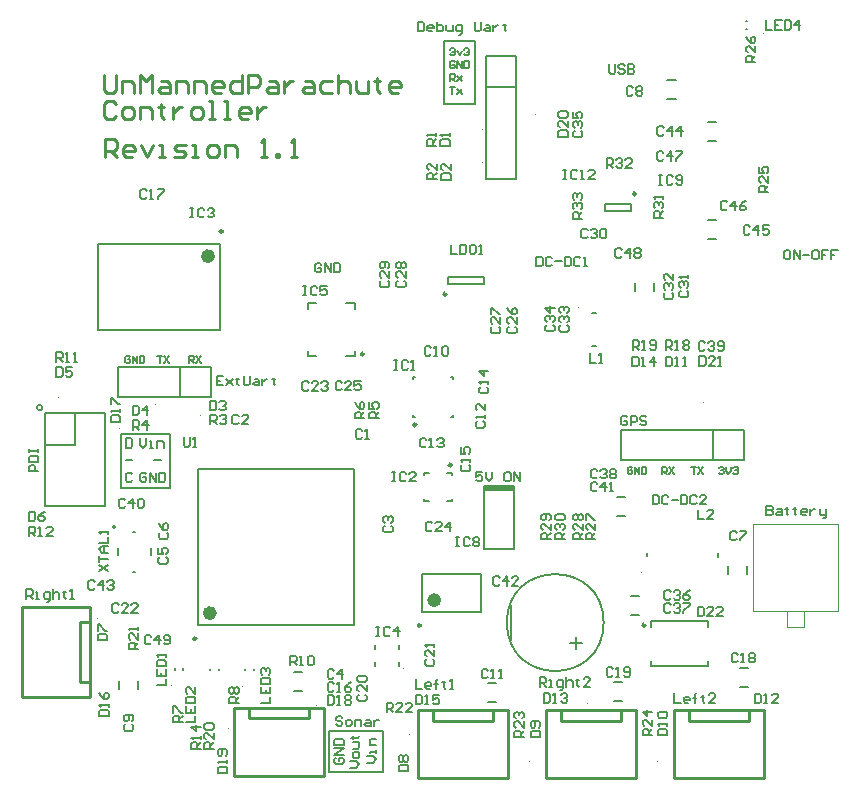
<source format=gto>
G04*
G04 #@! TF.GenerationSoftware,Altium Limited,Altium Designer,18.1.7 (191)*
G04*
G04 Layer_Color=65535*
%FSAX44Y44*%
%MOMM*%
G71*
G01*
G75*
%ADD10C,0.1000*%
%ADD11C,0.2500*%
%ADD12C,0.6000*%
%ADD13C,0.2000*%
%ADD14C,0.1500*%
%ADD15C,0.2540*%
D10*
X00437000Y00564500D02*
G03*
X00437000Y00564500I-00000500J00000000D01*
G01*
X00325500Y00095500D02*
G03*
X00325500Y00095500I-00000500J00000000D01*
G01*
X00591250Y00220250D02*
G03*
X00591250Y00220250I-00000500J00000000D01*
G01*
X00473129Y00400979D02*
G03*
X00473129Y00400979I-00000500J00000000D01*
G01*
X00630271Y00633129D02*
G03*
X00630271Y00633129I-00000500J00000000D01*
G01*
X00564979Y00518871D02*
G03*
X00564979Y00518871I-00000500J00000000D01*
G01*
X00579000Y00320500D02*
G03*
X00579000Y00320500I-00000500J00000000D01*
G01*
X00526795Y00176387D02*
G03*
X00526795Y00176387I-00000500J00000000D01*
G01*
X00251500Y00064000D02*
G03*
X00251500Y00064000I-00000500J00000000D01*
G01*
X00176750Y00044500D02*
G03*
X00176750Y00044500I-00000500J00000000D01*
G01*
X00373000Y00064500D02*
G03*
X00373000Y00064500I-00000500J00000000D01*
G01*
X00329750Y00039250D02*
G03*
X00329750Y00039250I-00000500J00000000D01*
G01*
X00481000Y00065500D02*
G03*
X00481000Y00065500I-00000500J00000000D01*
G01*
X00432500Y00016750D02*
G03*
X00432500Y00016750I-00000500J00000000D01*
G01*
X00540750D02*
G03*
X00540750Y00016750I-00000500J00000000D01*
G01*
X00604000Y00074500D02*
G03*
X00604000Y00074500I-00000500J00000000D01*
G01*
X00566000Y00311500D02*
G03*
X00566000Y00311500I-00000500J00000000D01*
G01*
X00538000D02*
G03*
X00538000Y00311500I-00000500J00000000D01*
G01*
X00153000Y00309500D02*
G03*
X00153000Y00309500I-00000500J00000000D01*
G01*
X00115000Y00318500D02*
G03*
X00115000Y00318500I-00000500J00000000D01*
G01*
X00505771Y00364929D02*
G03*
X00505771Y00364929I-00000500J00000000D01*
G01*
X00392000Y00523500D02*
G03*
X00392000Y00523500I-00000500J00000000D01*
G01*
Y00551500D02*
G03*
X00392000Y00551500I-00000500J00000000D01*
G01*
X00085000Y00298500D02*
G03*
X00085000Y00298500I-00000500J00000000D01*
G01*
X00033000Y00324500D02*
G03*
X00033000Y00324500I-00000500J00000000D01*
G01*
Y00228500D02*
G03*
X00033000Y00228500I-00000500J00000000D01*
G01*
X00076750Y00092250D02*
G03*
X00076750Y00092250I-00000500J00000000D01*
G01*
X00066000Y00137500D02*
G03*
X00066000Y00137500I-00000500J00000000D01*
G01*
X00188629Y00079629D02*
G03*
X00188629Y00079629I-00000500J00000000D01*
G01*
X00158629D02*
G03*
X00158629Y00079629I-00000500J00000000D01*
G01*
X00128629Y00080379D02*
G03*
X00128629Y00080379I-00000500J00000000D01*
G01*
X00692750Y00144000D02*
Y00217700D01*
X00621250D02*
X00692750D01*
X00621250Y00144000D02*
Y00217700D01*
X00621250Y00144001D02*
X00692750Y00143992D01*
X00663750Y00129985D02*
Y00143985D01*
X00649750Y00129985D02*
X00663750D01*
X00649750D02*
Y00143985D01*
D11*
X00365750Y00267500D02*
G03*
X00365750Y00267500I-00001250J00000000D01*
G01*
X00339700Y00131750D02*
G03*
X00339700Y00131750I-00001250J00000000D01*
G01*
X00529750Y00131750D02*
G03*
X00529750Y00131750I-00001250J00000000D01*
G01*
X00521750Y00497000D02*
G03*
X00521750Y00497000I-00001250J00000000D01*
G01*
X00171950Y00465000D02*
G03*
X00171950Y00465000I-00001250J00000000D01*
G01*
X00291500Y00361250D02*
G03*
X00291500Y00361250I-00001250J00000000D01*
G01*
X00335750Y00301500D02*
G03*
X00335750Y00301500I-00001250J00000000D01*
G01*
X00149500Y00120500D02*
G03*
X00149500Y00120500I-00001250J00000000D01*
G01*
X00361250Y00412000D02*
G03*
X00361250Y00412000I-00001250J00000000D01*
G01*
D12*
X00354000Y00153000D02*
G03*
X00354000Y00153000I-00003000J00000000D01*
G01*
X00162500Y00444250D02*
G03*
X00162500Y00444250I-00003000J00000000D01*
G01*
X00164000Y00142000D02*
G03*
X00164000Y00142000I-00003000J00000000D01*
G01*
D13*
X00494500Y00134000D02*
G03*
X00494500Y00134000I-00041000J00000000D01*
G01*
X00081414Y00215000D02*
G03*
X00081414Y00215000I-00001414J00000000D01*
G01*
X00019239Y00316001D02*
G03*
X00019239Y00316001I-00002236J00000000D01*
G01*
X00396500Y00083000D02*
X00403500D01*
X00396500Y00067000D02*
X00403500D01*
X00100000Y00077750D02*
Y00084750D01*
X00084000Y00077750D02*
Y00084750D01*
X00420700Y00509899D02*
Y00614098D01*
X00395300Y00509899D02*
Y00614098D01*
Y00587400D02*
X00420700D01*
X00395300Y00509899D02*
X00420700D01*
X00395300Y00614098D02*
X00420700D01*
X00361750Y00261000D02*
X00366000D01*
Y00259250D02*
Y00261000D01*
Y00237000D02*
Y00238750D01*
X00361750Y00237000D02*
X00366000D01*
X00342000D02*
X00346250D01*
X00342000D02*
Y00238750D01*
Y00261000D02*
X00346250D01*
X00342000Y00259250D02*
Y00261000D01*
X00341000Y00143000D02*
X00391000D01*
X00341000Y00175000D02*
X00391000D01*
X00341000Y00143000D02*
Y00175000D01*
X00391000Y00143000D02*
Y00175000D01*
X00535000Y00135000D02*
X00583000D01*
X00535000Y00097000D02*
X00583000D01*
X00535000Y00130250D02*
Y00135000D01*
X00583000Y00130250D02*
Y00135000D01*
X00535000Y00097000D02*
Y00101750D01*
X00583000Y00097000D02*
Y00101750D01*
X00321500Y00111250D02*
Y00114750D01*
X00300750Y00111250D02*
Y00114750D01*
X00300500Y00097500D02*
Y00100750D01*
X00321500Y00097250D02*
Y00100750D01*
X00393300Y00246000D02*
X00418700D01*
X00393300Y00248000D02*
X00418700D01*
X00393300Y00196299D02*
Y00249698D01*
X00418700Y00196299D02*
Y00249698D01*
X00393300D02*
X00418700D01*
X00393300Y00196299D02*
X00418700D01*
X00591000Y00189750D02*
Y00192750D01*
X00531000Y00190000D02*
Y00193000D01*
X00517500Y00482750D02*
Y00488750D01*
X00495500Y00482750D02*
Y00488750D01*
X00517500D01*
X00495500Y00482750D02*
X00517500D01*
X00521000Y00414500D02*
Y00421500D01*
X00537000Y00414500D02*
Y00421500D01*
X00614900Y00643750D02*
X00615900D01*
X00614900Y00636250D02*
X00615900D01*
X00582500Y00558000D02*
X00589500D01*
X00582500Y00542000D02*
X00589500D01*
X00582500Y00475000D02*
X00589500D01*
X00582500Y00459000D02*
X00589500D01*
X00066500Y00454250D02*
X00169500D01*
X00066500Y00381750D02*
X00169500D01*
Y00454250D01*
X00066500Y00381750D02*
Y00454250D01*
X00613498Y00271300D02*
Y00296700D01*
X00509299Y00271300D02*
Y00296700D01*
X00586800Y00271300D02*
Y00296700D01*
X00509299D02*
X00613498D01*
X00509299Y00271300D02*
X00613498D01*
X00503250Y00068000D02*
X00510250D01*
X00503250Y00084000D02*
X00510250D01*
X00610000Y00079250D02*
X00617000D01*
X00610000Y00095250D02*
X00617000D01*
X00505700Y00240241D02*
X00512700D01*
X00505700Y00224241D02*
X00512700D01*
X00471000Y00111500D02*
Y00121500D01*
X00466000Y00116500D02*
X00476000D01*
X00416000Y00119000D02*
Y00149000D01*
X00600000Y00175000D02*
Y00182000D01*
X00616000Y00175000D02*
Y00182000D01*
X00548500Y00593000D02*
X00555500D01*
X00548500Y00577000D02*
X00555500D01*
X00276750Y00404250D02*
X00283750D01*
Y00399750D02*
Y00404250D01*
X00244250D02*
X00251250D01*
X00244250Y00399750D02*
Y00404250D01*
Y00359750D02*
Y00364250D01*
Y00359750D02*
X00251250D01*
X00276750D02*
X00283750D01*
Y00364250D01*
X00484600Y00368050D02*
X00487600D01*
X00484600Y00395950D02*
X00487600D01*
X00333000Y00308000D02*
X00335000D01*
X00333000D02*
Y00310000D01*
Y00340000D02*
Y00342000D01*
X00335000D01*
X00365000D02*
X00367000D01*
Y00340000D02*
Y00342000D01*
X00365000Y00308000D02*
X00367000D01*
Y00310000D01*
X00283000Y00132000D02*
Y00264000D01*
X00151000Y00132000D02*
Y00264000D01*
X00283000D01*
X00151000Y00132000D02*
X00283000D01*
X00111000Y00191000D02*
Y00197000D01*
X00096000Y00177000D02*
X00098000D01*
X00083000Y00191000D02*
Y00197000D01*
X00096000Y00211000D02*
X00098000D01*
X00232000Y00092000D02*
X00239000D01*
X00232000Y00076000D02*
X00239000D01*
X00046703Y00284701D02*
Y00311400D01*
Y00232600D02*
X00072103D01*
Y00311400D01*
X00021303Y00232600D02*
Y00311400D01*
Y00284701D02*
X00046703D01*
X00021303Y00232600D02*
X00046703D01*
X00021303Y00311400D02*
X00072103D01*
X00517795Y00140436D02*
X00524795D01*
X00517795Y00156436D02*
X00524795D01*
X00083599Y00350700D02*
X00162398D01*
X00083599Y00325300D02*
X00162398D01*
X00135700D02*
Y00350700D01*
X00083599Y00325300D02*
Y00350700D01*
X00162398Y00325300D02*
Y00350700D01*
X00191250Y00093500D02*
Y00094500D01*
X00198750Y00093500D02*
Y00094500D01*
X00161250Y00093500D02*
Y00094500D01*
X00168750Y00093500D02*
Y00094500D01*
X00131250Y00094250D02*
Y00095250D01*
X00138750Y00094250D02*
Y00095250D01*
X00363000Y00427000D02*
X00393000D01*
X00363000Y00421000D02*
X00393000D01*
Y00427000D01*
X00363000Y00421000D02*
Y00427000D01*
D14*
X00359250Y00573250D02*
Y00626750D01*
X00385500D01*
Y00573250D02*
Y00626750D01*
X00359250Y00573250D02*
X00385500D01*
X00261750Y00007500D02*
Y00042500D01*
X00307500D01*
Y00007500D02*
Y00042500D01*
X00261750Y00007500D02*
X00307500D01*
X00086000Y00294000D02*
X00127000D01*
X00086000Y00248000D02*
Y00294000D01*
X00127000Y00248000D02*
Y00294000D01*
X00086000Y00248000D02*
X00127000D01*
X00364500Y00619141D02*
X00365500Y00620141D01*
X00367499D01*
X00368499Y00619141D01*
Y00618142D01*
X00367499Y00617142D01*
X00366499D01*
X00367499D01*
X00368499Y00616142D01*
Y00615142D01*
X00367499Y00614143D01*
X00365500D01*
X00364500Y00615142D01*
X00370498Y00618142D02*
X00372497Y00614143D01*
X00374497Y00618142D01*
X00376496Y00619141D02*
X00377496Y00620141D01*
X00379495D01*
X00380495Y00619141D01*
Y00618142D01*
X00379495Y00617142D01*
X00378495D01*
X00379495D01*
X00380495Y00616142D01*
Y00615142D01*
X00379495Y00614143D01*
X00377496D01*
X00376496Y00615142D01*
X00368499Y00608344D02*
X00367499Y00609343D01*
X00365500D01*
X00364500Y00608344D01*
Y00604345D01*
X00365500Y00603345D01*
X00367499D01*
X00368499Y00604345D01*
Y00606344D01*
X00366499D01*
X00370498Y00603345D02*
Y00609343D01*
X00374497Y00603345D01*
Y00609343D01*
X00376496D02*
Y00603345D01*
X00379495D01*
X00380495Y00604345D01*
Y00608344D01*
X00379495Y00609343D01*
X00376496D01*
X00364500Y00592548D02*
Y00598546D01*
X00367499D01*
X00368499Y00597546D01*
Y00595547D01*
X00367499Y00594547D01*
X00364500D01*
X00366499D02*
X00368499Y00592548D01*
X00370498Y00596546D02*
X00374497Y00592548D01*
X00372497Y00594547D01*
X00374497Y00596546D01*
X00370498Y00592548D01*
X00364500Y00587748D02*
X00368499D01*
X00366499D01*
Y00581750D01*
X00370498Y00585749D02*
X00374497Y00581750D01*
X00372497Y00583749D01*
X00374497Y00585749D01*
X00370498Y00581750D01*
X00255582Y00437164D02*
X00254249Y00438497D01*
X00251583D01*
X00250250Y00437164D01*
Y00431833D01*
X00251583Y00430500D01*
X00254249D01*
X00255582Y00431833D01*
Y00434499D01*
X00252916D01*
X00258247Y00430500D02*
Y00438497D01*
X00263579Y00430500D01*
Y00438497D01*
X00266245D02*
Y00430500D01*
X00270243D01*
X00271576Y00431833D01*
Y00437164D01*
X00270243Y00438497D01*
X00266245D01*
X00592000Y00264998D02*
X00593000Y00265998D01*
X00594999D01*
X00595999Y00264998D01*
Y00263999D01*
X00594999Y00262999D01*
X00593999D01*
X00594999D01*
X00595999Y00261999D01*
Y00261000D01*
X00594999Y00260000D01*
X00593000D01*
X00592000Y00261000D01*
X00597998Y00265998D02*
Y00261999D01*
X00599997Y00260000D01*
X00601997Y00261999D01*
Y00265998D01*
X00603996Y00264998D02*
X00604996Y00265998D01*
X00606995D01*
X00607995Y00264998D01*
Y00263999D01*
X00606995Y00262999D01*
X00605995D01*
X00606995D01*
X00607995Y00261999D01*
Y00261000D01*
X00606995Y00260000D01*
X00604996D01*
X00603996Y00261000D01*
X00568750Y00265498D02*
X00572749D01*
X00570749D01*
Y00259500D01*
X00574748Y00265498D02*
X00578747Y00259500D01*
Y00265498D02*
X00574748Y00259500D01*
X00543750Y00259750D02*
Y00265748D01*
X00546749D01*
X00547749Y00264748D01*
Y00262749D01*
X00546749Y00261749D01*
X00543750D01*
X00545749D02*
X00547749Y00259750D01*
X00549748Y00265748D02*
X00553747Y00259750D01*
Y00265748D02*
X00549748Y00259750D01*
X00518749Y00264998D02*
X00517749Y00265998D01*
X00515750D01*
X00514750Y00264998D01*
Y00261000D01*
X00515750Y00260000D01*
X00517749D01*
X00518749Y00261000D01*
Y00262999D01*
X00516749D01*
X00520748Y00260000D02*
Y00265998D01*
X00524747Y00260000D01*
Y00265998D01*
X00526746D02*
Y00260000D01*
X00529745D01*
X00530745Y00261000D01*
Y00264998D01*
X00529745Y00265998D01*
X00526746D01*
X00293753Y00015500D02*
X00299084D01*
X00301750Y00018166D01*
X00299084Y00020832D01*
X00293753D01*
X00301750Y00023497D02*
Y00026163D01*
Y00024830D01*
X00296418D01*
Y00023497D01*
X00301750Y00030162D02*
X00296418D01*
Y00034161D01*
X00297751Y00035494D01*
X00301750D01*
X00279503Y00011250D02*
X00284834D01*
X00287500Y00013916D01*
X00284834Y00016582D01*
X00279503D01*
X00287500Y00020580D02*
Y00023246D01*
X00286167Y00024579D01*
X00283501D01*
X00282168Y00023246D01*
Y00020580D01*
X00283501Y00019247D01*
X00286167D01*
X00287500Y00020580D01*
X00282168Y00027245D02*
X00286167D01*
X00287500Y00028578D01*
Y00032576D01*
X00282168D01*
X00280835Y00036575D02*
X00282168D01*
Y00035242D01*
Y00037908D01*
Y00036575D01*
X00286167D01*
X00287500Y00037908D01*
X00267586Y00019582D02*
X00266253Y00018249D01*
Y00015583D01*
X00267586Y00014250D01*
X00272917D01*
X00274250Y00015583D01*
Y00018249D01*
X00272917Y00019582D01*
X00270251D01*
Y00016916D01*
X00274250Y00022247D02*
X00266253D01*
X00274250Y00027579D01*
X00266253D01*
Y00030245D02*
X00274250D01*
Y00034244D01*
X00272917Y00035577D01*
X00267586D01*
X00266253Y00034244D01*
Y00030245D01*
X00107332Y00259664D02*
X00105999Y00260997D01*
X00103333D01*
X00102000Y00259664D01*
Y00254333D01*
X00103333Y00253000D01*
X00105999D01*
X00107332Y00254333D01*
Y00256999D01*
X00104666D01*
X00109997Y00253000D02*
Y00260997D01*
X00115329Y00253000D01*
Y00260997D01*
X00117995D02*
Y00253000D01*
X00121994D01*
X00123326Y00254333D01*
Y00259664D01*
X00121994Y00260997D01*
X00117995D01*
X00102000Y00289997D02*
Y00284666D01*
X00104666Y00282000D01*
X00107332Y00284666D01*
Y00289997D01*
X00109997Y00282000D02*
X00112663D01*
X00111330D01*
Y00287332D01*
X00109997D01*
X00116662Y00282000D02*
Y00287332D01*
X00120661D01*
X00121994Y00285999D01*
Y00282000D01*
X00095332Y00259664D02*
X00093999Y00260997D01*
X00091333D01*
X00090000Y00259664D01*
Y00254333D01*
X00091333Y00253000D01*
X00093999D01*
X00095332Y00254333D01*
X00090000Y00271999D02*
X00095332D01*
X00113992D02*
X00119324D01*
X00090000Y00289997D02*
Y00282000D01*
X00093999D01*
X00095332Y00283333D01*
Y00288664D01*
X00093999Y00289997D01*
X00090000D01*
X00093599Y00358998D02*
X00092599Y00359998D01*
X00090600D01*
X00089600Y00358998D01*
Y00355000D01*
X00090600Y00354000D01*
X00092599D01*
X00093599Y00355000D01*
Y00356999D01*
X00091599D01*
X00095598Y00354000D02*
Y00359998D01*
X00099597Y00354000D01*
Y00359998D01*
X00101596D02*
Y00354000D01*
X00104595D01*
X00105595Y00355000D01*
Y00358998D01*
X00104595Y00359998D01*
X00101596D01*
X00143400Y00354000D02*
Y00359998D01*
X00146399D01*
X00147399Y00358998D01*
Y00356999D01*
X00146399Y00355999D01*
X00143400D01*
X00145399D02*
X00147399Y00354000D01*
X00149398Y00359998D02*
X00153397Y00354000D01*
Y00359998D02*
X00149398Y00354000D01*
X00116600Y00359998D02*
X00120599D01*
X00118599D01*
Y00354000D01*
X00122598Y00359998D02*
X00126597Y00354000D01*
Y00359998D02*
X00122598Y00354000D01*
X00153250Y00027250D02*
X00145253D01*
Y00031249D01*
X00146586Y00032582D01*
X00149251D01*
X00150584Y00031249D01*
Y00027250D01*
Y00029916D02*
X00153250Y00032582D01*
Y00035247D02*
Y00037913D01*
Y00036580D01*
X00145253D01*
X00146586Y00035247D01*
X00153250Y00045911D02*
X00145253D01*
X00149251Y00041912D01*
Y00047244D01*
X00111332Y00122164D02*
X00109999Y00123497D01*
X00107333D01*
X00106000Y00122164D01*
Y00116833D01*
X00107333Y00115500D01*
X00109999D01*
X00111332Y00116833D01*
X00117996Y00115500D02*
Y00123497D01*
X00113997Y00119499D01*
X00119329D01*
X00121995Y00116833D02*
X00123328Y00115500D01*
X00125994D01*
X00127326Y00116833D01*
Y00122164D01*
X00125994Y00123497D01*
X00123328D01*
X00121995Y00122164D01*
Y00120832D01*
X00123328Y00119499D01*
X00127326D01*
X00509832Y00449664D02*
X00508499Y00450997D01*
X00505833D01*
X00504500Y00449664D01*
Y00444333D01*
X00505833Y00443000D01*
X00508499D01*
X00509832Y00444333D01*
X00516496Y00443000D02*
Y00450997D01*
X00512497Y00446999D01*
X00517829D01*
X00520495Y00449664D02*
X00521828Y00450997D01*
X00524494D01*
X00525826Y00449664D01*
Y00448332D01*
X00524494Y00446999D01*
X00525826Y00445666D01*
Y00444333D01*
X00524494Y00443000D01*
X00521828D01*
X00520495Y00444333D01*
Y00445666D01*
X00521828Y00446999D01*
X00520495Y00448332D01*
Y00449664D01*
X00521828Y00446999D02*
X00524494D01*
X00396582Y00093414D02*
X00395249Y00094747D01*
X00392583D01*
X00391250Y00093414D01*
Y00088083D01*
X00392583Y00086750D01*
X00395249D01*
X00396582Y00088083D01*
X00399247Y00086750D02*
X00401913D01*
X00400580D01*
Y00094747D01*
X00399247Y00093414D01*
X00405912Y00086750D02*
X00408578D01*
X00407245D01*
Y00094747D01*
X00405912Y00093414D01*
X00089586Y00047832D02*
X00088253Y00046499D01*
Y00043833D01*
X00089586Y00042500D01*
X00094917D01*
X00096250Y00043833D01*
Y00046499D01*
X00094917Y00047832D01*
Y00050497D02*
X00096250Y00051830D01*
Y00054496D01*
X00094917Y00055829D01*
X00089586D01*
X00088253Y00054496D01*
Y00051830D01*
X00089586Y00050497D01*
X00090918D01*
X00092251Y00051830D01*
Y00055829D01*
X00480832Y00466165D02*
X00479499Y00467497D01*
X00476833D01*
X00475500Y00466165D01*
Y00460833D01*
X00476833Y00459500D01*
X00479499D01*
X00480832Y00460833D01*
X00483497Y00466165D02*
X00484830Y00467497D01*
X00487496D01*
X00488829Y00466165D01*
Y00464832D01*
X00487496Y00463499D01*
X00486163D01*
X00487496D01*
X00488829Y00462166D01*
Y00460833D01*
X00487496Y00459500D01*
X00484830D01*
X00483497Y00460833D01*
X00491495Y00466165D02*
X00492828Y00467497D01*
X00495494D01*
X00496826Y00466165D01*
Y00460833D01*
X00495494Y00459500D01*
X00492828D01*
X00491495Y00460833D01*
Y00466165D01*
X00301750Y00130497D02*
X00304416D01*
X00303083D01*
Y00122500D01*
X00301750D01*
X00304416D01*
X00313746Y00129164D02*
X00312413Y00130497D01*
X00309747D01*
X00308414Y00129164D01*
Y00123833D01*
X00309747Y00122500D01*
X00312413D01*
X00313746Y00123833D01*
X00320411Y00122500D02*
Y00130497D01*
X00316412Y00126499D01*
X00321744D01*
X00574000Y00229497D02*
Y00221500D01*
X00579332D01*
X00587329D02*
X00581997D01*
X00587329Y00226832D01*
Y00228165D01*
X00585996Y00229497D01*
X00583330D01*
X00581997Y00228165D01*
X00574000Y00147247D02*
Y00139250D01*
X00577999D01*
X00579332Y00140583D01*
Y00145914D01*
X00577999Y00147247D01*
X00574000D01*
X00587329Y00139250D02*
X00581997D01*
X00587329Y00144582D01*
Y00145914D01*
X00585996Y00147247D01*
X00583330D01*
X00581997Y00145914D01*
X00595326Y00139250D02*
X00589995D01*
X00595326Y00144582D01*
Y00145914D01*
X00593994Y00147247D01*
X00591328D01*
X00589995Y00145914D01*
X00476250Y00476000D02*
X00468253D01*
Y00479999D01*
X00469585Y00481332D01*
X00472251D01*
X00473584Y00479999D01*
Y00476000D01*
Y00478666D02*
X00476250Y00481332D01*
X00469585Y00483997D02*
X00468253Y00485330D01*
Y00487996D01*
X00469585Y00489329D01*
X00470918D01*
X00472251Y00487996D01*
Y00486663D01*
Y00487996D01*
X00473584Y00489329D01*
X00474917D01*
X00476250Y00487996D01*
Y00485330D01*
X00474917Y00483997D01*
X00469585Y00491995D02*
X00468253Y00493328D01*
Y00495993D01*
X00469585Y00497326D01*
X00470918D01*
X00472251Y00495993D01*
Y00494661D01*
Y00495993D01*
X00473584Y00497326D01*
X00474917D01*
X00476250Y00495993D01*
Y00493328D01*
X00474917Y00491995D01*
X00497000Y00519000D02*
Y00526997D01*
X00500999D01*
X00502332Y00525664D01*
Y00522999D01*
X00500999Y00521666D01*
X00497000D01*
X00499666D02*
X00502332Y00519000D01*
X00504997Y00525664D02*
X00506330Y00526997D01*
X00508996D01*
X00510329Y00525664D01*
Y00524332D01*
X00508996Y00522999D01*
X00507663D01*
X00508996D01*
X00510329Y00521666D01*
Y00520333D01*
X00508996Y00519000D01*
X00506330D01*
X00504997Y00520333D01*
X00518326Y00519000D02*
X00512995D01*
X00518326Y00524332D01*
Y00525664D01*
X00516994Y00526997D01*
X00514328D01*
X00512995Y00525664D01*
X00545000Y00476750D02*
X00537003D01*
Y00480749D01*
X00538335Y00482082D01*
X00541001D01*
X00542334Y00480749D01*
Y00476750D01*
Y00479416D02*
X00545000Y00482082D01*
X00538335Y00484747D02*
X00537003Y00486080D01*
Y00488746D01*
X00538335Y00490079D01*
X00539668D01*
X00541001Y00488746D01*
Y00487413D01*
Y00488746D01*
X00542334Y00490079D01*
X00543667D01*
X00545000Y00488746D01*
Y00486080D01*
X00543667Y00484747D01*
X00545000Y00492745D02*
Y00495411D01*
Y00494078D01*
X00537003D01*
X00538335Y00492745D01*
X00460250Y00517247D02*
X00462916D01*
X00461583D01*
Y00509250D01*
X00460250D01*
X00462916D01*
X00472246Y00515914D02*
X00470913Y00517247D01*
X00468247D01*
X00466914Y00515914D01*
Y00510583D01*
X00468247Y00509250D01*
X00470913D01*
X00472246Y00510583D01*
X00474912Y00509250D02*
X00477578D01*
X00476245D01*
Y00517247D01*
X00474912Y00515914D01*
X00486908Y00509250D02*
X00481576D01*
X00486908Y00514582D01*
Y00515914D01*
X00485575Y00517247D01*
X00482909D01*
X00481576Y00515914D01*
X00469836Y00550332D02*
X00468503Y00548999D01*
Y00546333D01*
X00469836Y00545000D01*
X00475167D01*
X00476500Y00546333D01*
Y00548999D01*
X00475167Y00550332D01*
X00469836Y00552997D02*
X00468503Y00554330D01*
Y00556996D01*
X00469836Y00558329D01*
X00471168D01*
X00472501Y00556996D01*
Y00555663D01*
Y00556996D01*
X00473834Y00558329D01*
X00475167D01*
X00476500Y00556996D01*
Y00554330D01*
X00475167Y00552997D01*
X00468503Y00566326D02*
Y00560995D01*
X00472501D01*
X00471168Y00563661D01*
Y00564994D01*
X00472501Y00566326D01*
X00475167D01*
X00476500Y00564994D01*
Y00562328D01*
X00475167Y00560995D01*
X00315250Y00261497D02*
X00317916D01*
X00316583D01*
Y00253500D01*
X00315250D01*
X00317916D01*
X00327246Y00260165D02*
X00325913Y00261497D01*
X00323247D01*
X00321914Y00260165D01*
Y00254833D01*
X00323247Y00253500D01*
X00325913D01*
X00327246Y00254833D01*
X00335244Y00253500D02*
X00329912D01*
X00335244Y00258832D01*
Y00260165D01*
X00333911Y00261497D01*
X00331245D01*
X00329912Y00260165D01*
X00349332Y00217915D02*
X00347999Y00219247D01*
X00345333D01*
X00344000Y00217915D01*
Y00212583D01*
X00345333Y00211250D01*
X00347999D01*
X00349332Y00212583D01*
X00357329Y00211250D02*
X00351997D01*
X00357329Y00216582D01*
Y00217915D01*
X00355996Y00219247D01*
X00353330D01*
X00351997Y00217915D01*
X00363994Y00211250D02*
Y00219247D01*
X00359995Y00215249D01*
X00365326D01*
X00461500Y00204500D02*
X00453503D01*
Y00208499D01*
X00454836Y00209832D01*
X00457501D01*
X00458834Y00208499D01*
Y00204500D01*
Y00207166D02*
X00461500Y00209832D01*
X00454836Y00212497D02*
X00453503Y00213830D01*
Y00216496D01*
X00454836Y00217829D01*
X00456168D01*
X00457501Y00216496D01*
Y00215163D01*
Y00216496D01*
X00458834Y00217829D01*
X00460167D01*
X00461500Y00216496D01*
Y00213830D01*
X00460167Y00212497D01*
X00454836Y00220495D02*
X00453503Y00221828D01*
Y00224494D01*
X00454836Y00225826D01*
X00460167D01*
X00461500Y00224494D01*
Y00221828D01*
X00460167Y00220495D01*
X00454836D01*
X00449500Y00204500D02*
X00441503D01*
Y00208499D01*
X00442836Y00209832D01*
X00445501D01*
X00446834Y00208499D01*
Y00204500D01*
Y00207166D02*
X00449500Y00209832D01*
Y00217829D02*
Y00212497D01*
X00444168Y00217829D01*
X00442836D01*
X00441503Y00216496D01*
Y00213830D01*
X00442836Y00212497D01*
X00448167Y00220495D02*
X00449500Y00221828D01*
Y00224494D01*
X00448167Y00225826D01*
X00442836D01*
X00441503Y00224494D01*
Y00221828D01*
X00442836Y00220495D01*
X00444168D01*
X00445501Y00221828D01*
Y00225826D01*
X00476750Y00204500D02*
X00468753D01*
Y00208499D01*
X00470085Y00209832D01*
X00472751D01*
X00474084Y00208499D01*
Y00204500D01*
Y00207166D02*
X00476750Y00209832D01*
Y00217829D02*
Y00212497D01*
X00471418Y00217829D01*
X00470085D01*
X00468753Y00216496D01*
Y00213830D01*
X00470085Y00212497D01*
Y00220495D02*
X00468753Y00221828D01*
Y00224494D01*
X00470085Y00225826D01*
X00471418D01*
X00472751Y00224494D01*
X00474084Y00225826D01*
X00475417D01*
X00476750Y00224494D01*
Y00221828D01*
X00475417Y00220495D01*
X00474084D01*
X00472751Y00221828D01*
X00471418Y00220495D01*
X00470085D01*
X00472751Y00221828D02*
Y00224494D01*
X00487500Y00204500D02*
X00479503D01*
Y00208499D01*
X00480835Y00209832D01*
X00483501D01*
X00484834Y00208499D01*
Y00204500D01*
Y00207166D02*
X00487500Y00209832D01*
Y00217829D02*
Y00212497D01*
X00482168Y00217829D01*
X00480835D01*
X00479503Y00216496D01*
Y00213830D01*
X00480835Y00212497D01*
X00479503Y00220495D02*
Y00225826D01*
X00480835D01*
X00486167Y00220495D01*
X00487500D01*
X00623000Y00608750D02*
X00615003D01*
Y00612749D01*
X00616335Y00614082D01*
X00619001D01*
X00620334Y00612749D01*
Y00608750D01*
Y00611416D02*
X00623000Y00614082D01*
Y00622079D02*
Y00616747D01*
X00617668Y00622079D01*
X00616335D01*
X00615003Y00620746D01*
Y00618080D01*
X00616335Y00616747D01*
X00615003Y00630076D02*
X00616335Y00627411D01*
X00619001Y00624745D01*
X00621667D01*
X00623000Y00626078D01*
Y00628744D01*
X00621667Y00630076D01*
X00620334D01*
X00619001Y00628744D01*
Y00624745D01*
X00634000Y00498500D02*
X00626003D01*
Y00502499D01*
X00627336Y00503832D01*
X00630001D01*
X00631334Y00502499D01*
Y00498500D01*
Y00501166D02*
X00634000Y00503832D01*
Y00511829D02*
Y00506497D01*
X00628668Y00511829D01*
X00627336D01*
X00626003Y00510496D01*
Y00507830D01*
X00627336Y00506497D01*
X00626003Y00519826D02*
Y00514495D01*
X00630001D01*
X00628668Y00517161D01*
Y00518494D01*
X00630001Y00519826D01*
X00632667D01*
X00634000Y00518494D01*
Y00515828D01*
X00632667Y00514495D01*
X00535500Y00038500D02*
X00527503D01*
Y00042499D01*
X00528835Y00043832D01*
X00531501D01*
X00532834Y00042499D01*
Y00038500D01*
Y00041166D02*
X00535500Y00043832D01*
Y00051829D02*
Y00046497D01*
X00530168Y00051829D01*
X00528835D01*
X00527503Y00050496D01*
Y00047830D01*
X00528835Y00046497D01*
X00535500Y00058494D02*
X00527503D01*
X00531501Y00054495D01*
Y00059826D01*
X00427000Y00037000D02*
X00419003D01*
Y00040999D01*
X00420336Y00042332D01*
X00423001D01*
X00424334Y00040999D01*
Y00037000D01*
Y00039666D02*
X00427000Y00042332D01*
Y00050329D02*
Y00044997D01*
X00421668Y00050329D01*
X00420336D01*
X00419003Y00048996D01*
Y00046330D01*
X00420336Y00044997D01*
Y00052995D02*
X00419003Y00054328D01*
Y00056994D01*
X00420336Y00058327D01*
X00421668D01*
X00423001Y00056994D01*
Y00055661D01*
Y00056994D01*
X00424334Y00058327D01*
X00425667D01*
X00427000Y00056994D01*
Y00054328D01*
X00425667Y00052995D01*
X00310750Y00058250D02*
Y00066247D01*
X00314749D01*
X00316082Y00064914D01*
Y00062249D01*
X00314749Y00060916D01*
X00310750D01*
X00313416D02*
X00316082Y00058250D01*
X00324079D02*
X00318747D01*
X00324079Y00063582D01*
Y00064914D01*
X00322746Y00066247D01*
X00320080D01*
X00318747Y00064914D01*
X00332076Y00058250D02*
X00326745D01*
X00332076Y00063582D01*
Y00064914D01*
X00330744Y00066247D01*
X00328078D01*
X00326745Y00064914D01*
X00100500Y00111500D02*
X00092503D01*
Y00115499D01*
X00093835Y00116832D01*
X00096501D01*
X00097834Y00115499D01*
Y00111500D01*
Y00114166D02*
X00100500Y00116832D01*
Y00124829D02*
Y00119497D01*
X00095168Y00124829D01*
X00093835D01*
X00092503Y00123496D01*
Y00120830D01*
X00093835Y00119497D01*
X00100500Y00127495D02*
Y00130161D01*
Y00128828D01*
X00092503D01*
X00093835Y00127495D01*
X00631750Y00643997D02*
Y00636000D01*
X00637082D01*
X00645079Y00643997D02*
X00639747D01*
Y00636000D01*
X00645079D01*
X00639747Y00639999D02*
X00642413D01*
X00647745Y00643997D02*
Y00636000D01*
X00651744D01*
X00653076Y00637333D01*
Y00642664D01*
X00651744Y00643997D01*
X00647745D01*
X00659741Y00636000D02*
Y00643997D01*
X00655742Y00639999D01*
X00661074D01*
X00391832Y00261497D02*
X00386500D01*
Y00257499D01*
X00389166Y00258832D01*
X00390499D01*
X00391832Y00257499D01*
Y00254833D01*
X00390499Y00253500D01*
X00387833D01*
X00386500Y00254833D01*
X00394497Y00261497D02*
Y00256166D01*
X00397163Y00253500D01*
X00399829Y00256166D01*
Y00261497D01*
X00414491D02*
X00411825D01*
X00410492Y00260165D01*
Y00254833D01*
X00411825Y00253500D01*
X00414491D01*
X00415824Y00254833D01*
Y00260165D01*
X00414491Y00261497D01*
X00418490Y00253500D02*
Y00261497D01*
X00423821Y00253500D01*
Y00261497D01*
X00337250Y00642497D02*
Y00634500D01*
X00341249D01*
X00342582Y00635833D01*
Y00641164D01*
X00341249Y00642497D01*
X00337250D01*
X00349246Y00634500D02*
X00346580D01*
X00345247Y00635833D01*
Y00638499D01*
X00346580Y00639832D01*
X00349246D01*
X00350579Y00638499D01*
Y00637166D01*
X00345247D01*
X00353245Y00642497D02*
Y00634500D01*
X00357244D01*
X00358576Y00635833D01*
Y00637166D01*
Y00638499D01*
X00357244Y00639832D01*
X00353245D01*
X00361242D02*
Y00635833D01*
X00362575Y00634500D01*
X00366574D01*
Y00639832D01*
X00371906Y00631834D02*
X00373238D01*
X00374571Y00633167D01*
Y00639832D01*
X00370573D01*
X00369240Y00638499D01*
Y00635833D01*
X00370573Y00634500D01*
X00374571D01*
X00385234Y00642497D02*
Y00635833D01*
X00386567Y00634500D01*
X00389233D01*
X00390566Y00635833D01*
Y00642497D01*
X00394565Y00639832D02*
X00397231D01*
X00398563Y00638499D01*
Y00634500D01*
X00394565D01*
X00393232Y00635833D01*
X00394565Y00637166D01*
X00398563D01*
X00401229Y00639832D02*
Y00634500D01*
Y00637166D01*
X00402562Y00638499D01*
X00403895Y00639832D01*
X00405228D01*
X00410560Y00641164D02*
Y00639832D01*
X00409227D01*
X00411893D01*
X00410560D01*
Y00635833D01*
X00411893Y00634500D01*
X00541250Y00512747D02*
X00543916D01*
X00542583D01*
Y00504750D01*
X00541250D01*
X00543916D01*
X00553246Y00511414D02*
X00551913Y00512747D01*
X00549247D01*
X00547915Y00511414D01*
Y00506083D01*
X00549247Y00504750D01*
X00551913D01*
X00553246Y00506083D01*
X00555912D02*
X00557245Y00504750D01*
X00559911D01*
X00561244Y00506083D01*
Y00511414D01*
X00559911Y00512747D01*
X00557245D01*
X00555912Y00511414D01*
Y00510082D01*
X00557245Y00508749D01*
X00561244D01*
X00369250Y00206497D02*
X00371916D01*
X00370583D01*
Y00198500D01*
X00369250D01*
X00371916D01*
X00381246Y00205165D02*
X00379913Y00206497D01*
X00377248D01*
X00375914Y00205165D01*
Y00199833D01*
X00377248Y00198500D01*
X00379913D01*
X00381246Y00199833D01*
X00383912Y00205165D02*
X00385245Y00206497D01*
X00387911D01*
X00389244Y00205165D01*
Y00203832D01*
X00387911Y00202499D01*
X00389244Y00201166D01*
Y00199833D01*
X00387911Y00198500D01*
X00385245D01*
X00383912Y00199833D01*
Y00201166D01*
X00385245Y00202499D01*
X00383912Y00203832D01*
Y00205165D01*
X00385245Y00202499D02*
X00387911D01*
X00575500Y00359497D02*
Y00351500D01*
X00579499D01*
X00580832Y00352833D01*
Y00358164D01*
X00579499Y00359497D01*
X00575500D01*
X00588829Y00351500D02*
X00583497D01*
X00588829Y00356832D01*
Y00358164D01*
X00587496Y00359497D01*
X00584830D01*
X00583497Y00358164D01*
X00591495Y00351500D02*
X00594161D01*
X00592828D01*
Y00359497D01*
X00591495Y00358164D01*
X00456253Y00545500D02*
X00464250D01*
Y00549499D01*
X00462917Y00550832D01*
X00457585D01*
X00456253Y00549499D01*
Y00545500D01*
X00464250Y00558829D02*
Y00553497D01*
X00458918Y00558829D01*
X00457585D01*
X00456253Y00557496D01*
Y00554830D01*
X00457585Y00553497D01*
Y00561495D02*
X00456253Y00562828D01*
Y00565494D01*
X00457585Y00566827D01*
X00462917D01*
X00464250Y00565494D01*
Y00562828D01*
X00462917Y00561495D01*
X00457585D01*
X00545082Y00531665D02*
X00543749Y00532997D01*
X00541083D01*
X00539750Y00531665D01*
Y00526333D01*
X00541083Y00525000D01*
X00543749D01*
X00545082Y00526333D01*
X00551746Y00525000D02*
Y00532997D01*
X00547747Y00528999D01*
X00553079D01*
X00555745Y00532997D02*
X00561076D01*
Y00531665D01*
X00555745Y00526333D01*
Y00525000D01*
X00599082Y00489664D02*
X00597749Y00490997D01*
X00595083D01*
X00593750Y00489664D01*
Y00484333D01*
X00595083Y00483000D01*
X00597749D01*
X00599082Y00484333D01*
X00605746Y00483000D02*
Y00490997D01*
X00601747Y00486999D01*
X00607079D01*
X00615076Y00490997D02*
X00612411Y00489664D01*
X00609745Y00486999D01*
Y00484333D01*
X00611078Y00483000D01*
X00613744D01*
X00615076Y00484333D01*
Y00485666D01*
X00613744Y00486999D01*
X00609745D01*
X00618332Y00468914D02*
X00616999Y00470247D01*
X00614333D01*
X00613000Y00468914D01*
Y00463583D01*
X00614333Y00462250D01*
X00616999D01*
X00618332Y00463583D01*
X00624996Y00462250D02*
Y00470247D01*
X00620997Y00466249D01*
X00626329D01*
X00634326Y00470247D02*
X00628995D01*
Y00466249D01*
X00631661Y00467582D01*
X00632994D01*
X00634326Y00466249D01*
Y00463583D01*
X00632994Y00462250D01*
X00630328D01*
X00628995Y00463583D01*
X00545332Y00552915D02*
X00543999Y00554247D01*
X00541333D01*
X00540000Y00552915D01*
Y00547583D01*
X00541333Y00546250D01*
X00543999D01*
X00545332Y00547583D01*
X00551996Y00546250D02*
Y00554247D01*
X00547997Y00550249D01*
X00553329D01*
X00559994Y00546250D02*
Y00554247D01*
X00555995Y00550249D01*
X00561326D01*
X00164250Y00027250D02*
X00156253D01*
Y00031249D01*
X00157585Y00032582D01*
X00160251D01*
X00161584Y00031249D01*
Y00027250D01*
Y00029916D02*
X00164250Y00032582D01*
Y00040579D02*
Y00035247D01*
X00158918Y00040579D01*
X00157585D01*
X00156253Y00039246D01*
Y00036580D01*
X00157585Y00035247D01*
Y00043245D02*
X00156253Y00044578D01*
Y00047244D01*
X00157585Y00048576D01*
X00162917D01*
X00164250Y00047244D01*
Y00044578D01*
X00162917Y00043245D01*
X00157585D01*
X00167753Y00006750D02*
X00175750D01*
Y00010749D01*
X00174417Y00012082D01*
X00169086D01*
X00167753Y00010749D01*
Y00006750D01*
X00175750Y00014747D02*
Y00017413D01*
Y00016080D01*
X00167753D01*
X00169086Y00014747D01*
X00174417Y00021412D02*
X00175750Y00022745D01*
Y00025411D01*
X00174417Y00026744D01*
X00169086D01*
X00167753Y00025411D01*
Y00022745D01*
X00169086Y00021412D01*
X00170418D01*
X00171751Y00022745D01*
Y00026744D01*
X00260750Y00072497D02*
Y00064500D01*
X00264749D01*
X00266082Y00065833D01*
Y00071164D01*
X00264749Y00072497D01*
X00260750D01*
X00268747Y00064500D02*
X00271413D01*
X00270080D01*
Y00072497D01*
X00268747Y00071164D01*
X00275412D02*
X00276745Y00072497D01*
X00279411D01*
X00280744Y00071164D01*
Y00069832D01*
X00279411Y00068499D01*
X00280744Y00067166D01*
Y00065833D01*
X00279411Y00064500D01*
X00276745D01*
X00275412Y00065833D01*
Y00067166D01*
X00276745Y00068499D01*
X00275412Y00069832D01*
Y00071164D01*
X00276745Y00068499D02*
X00279411D01*
X00554250Y00073997D02*
Y00066000D01*
X00559582D01*
X00566246D02*
X00563580D01*
X00562247Y00067333D01*
Y00069999D01*
X00563580Y00071332D01*
X00566246D01*
X00567579Y00069999D01*
Y00068666D01*
X00562247D01*
X00571578Y00066000D02*
Y00072664D01*
Y00069999D01*
X00570245D01*
X00572911D01*
X00571578D01*
Y00072664D01*
X00572911Y00073997D01*
X00578242Y00072664D02*
Y00071332D01*
X00576909D01*
X00579575D01*
X00578242D01*
Y00067333D01*
X00579575Y00066000D01*
X00588905D02*
X00583574D01*
X00588905Y00071332D01*
Y00072664D01*
X00587573Y00073997D01*
X00584907D01*
X00583574Y00072664D01*
X00440250Y00079750D02*
Y00087747D01*
X00444249D01*
X00445582Y00086414D01*
Y00083749D01*
X00444249Y00082416D01*
X00440250D01*
X00442916D02*
X00445582Y00079750D01*
X00448247D02*
X00450913D01*
X00449580D01*
Y00085082D01*
X00448247D01*
X00457578Y00077084D02*
X00458911D01*
X00460244Y00078417D01*
Y00085082D01*
X00456245D01*
X00454912Y00083749D01*
Y00081083D01*
X00456245Y00079750D01*
X00460244D01*
X00462909Y00087747D02*
Y00079750D01*
Y00083749D01*
X00464242Y00085082D01*
X00466908D01*
X00468241Y00083749D01*
Y00079750D01*
X00472240Y00086414D02*
Y00085082D01*
X00470907D01*
X00473573D01*
X00472240D01*
Y00081083D01*
X00473573Y00079750D01*
X00482903D02*
X00477571D01*
X00482903Y00085082D01*
Y00086414D01*
X00481570Y00087747D01*
X00478904D01*
X00477571Y00086414D01*
X00335250Y00085997D02*
Y00078000D01*
X00340582D01*
X00347246D02*
X00344580D01*
X00343247Y00079333D01*
Y00081999D01*
X00344580Y00083332D01*
X00347246D01*
X00348579Y00081999D01*
Y00080666D01*
X00343247D01*
X00352578Y00078000D02*
Y00084664D01*
Y00081999D01*
X00351245D01*
X00353911D01*
X00352578D01*
Y00084664D01*
X00353911Y00085997D01*
X00359242Y00084664D02*
Y00083332D01*
X00357909D01*
X00360575D01*
X00359242D01*
Y00079333D01*
X00360575Y00078000D01*
X00364574D02*
X00367240D01*
X00365907D01*
Y00085997D01*
X00364574Y00084664D01*
X00005750Y00154250D02*
Y00162247D01*
X00009749D01*
X00011082Y00160914D01*
Y00158249D01*
X00009749Y00156916D01*
X00005750D01*
X00008416D02*
X00011082Y00154250D01*
X00013747D02*
X00016413D01*
X00015080D01*
Y00159582D01*
X00013747D01*
X00023078Y00151584D02*
X00024411D01*
X00025744Y00152917D01*
Y00159582D01*
X00021745D01*
X00020412Y00158249D01*
Y00155583D01*
X00021745Y00154250D01*
X00025744D01*
X00028409Y00162247D02*
Y00154250D01*
Y00158249D01*
X00029742Y00159582D01*
X00032408D01*
X00033741Y00158249D01*
Y00154250D01*
X00037740Y00160914D02*
Y00159582D01*
X00036407D01*
X00039073D01*
X00037740D01*
Y00155583D01*
X00039073Y00154250D01*
X00043071D02*
X00045737D01*
X00044404D01*
Y00162247D01*
X00043071Y00160914D01*
X00536000Y00241997D02*
Y00234000D01*
X00539999D01*
X00541332Y00235333D01*
Y00240665D01*
X00539999Y00241997D01*
X00536000D01*
X00549329Y00240665D02*
X00547996Y00241997D01*
X00545330D01*
X00543997Y00240665D01*
Y00235333D01*
X00545330Y00234000D01*
X00547996D01*
X00549329Y00235333D01*
X00551995Y00237999D02*
X00557326D01*
X00559992Y00241997D02*
Y00234000D01*
X00563991D01*
X00565324Y00235333D01*
Y00240665D01*
X00563991Y00241997D01*
X00559992D01*
X00573321Y00240665D02*
X00571988Y00241997D01*
X00569323D01*
X00567990Y00240665D01*
Y00235333D01*
X00569323Y00234000D01*
X00571988D01*
X00573321Y00235333D01*
X00581319Y00234000D02*
X00575987D01*
X00581319Y00239332D01*
Y00240665D01*
X00579986Y00241997D01*
X00577320D01*
X00575987Y00240665D01*
X00514632Y00307665D02*
X00513299Y00308997D01*
X00510633D01*
X00509300Y00307665D01*
Y00302333D01*
X00510633Y00301000D01*
X00513299D01*
X00514632Y00302333D01*
Y00304999D01*
X00511966D01*
X00517297Y00301000D02*
Y00308997D01*
X00521296D01*
X00522629Y00307665D01*
Y00304999D01*
X00521296Y00303666D01*
X00517297D01*
X00530626Y00307665D02*
X00529294Y00308997D01*
X00526628D01*
X00525295Y00307665D01*
Y00306332D01*
X00526628Y00304999D01*
X00529294D01*
X00530626Y00303666D01*
Y00302333D01*
X00529294Y00301000D01*
X00526628D01*
X00525295Y00302333D01*
X00266082Y00093165D02*
X00264749Y00094497D01*
X00262083D01*
X00260750Y00093165D01*
Y00087833D01*
X00262083Y00086500D01*
X00264749D01*
X00266082Y00087833D01*
X00272746Y00086500D02*
Y00094497D01*
X00268747Y00090499D01*
X00274079D01*
X00139000Y00290997D02*
Y00284333D01*
X00140333Y00283000D01*
X00142999D01*
X00144332Y00284333D01*
Y00290997D01*
X00146997Y00283000D02*
X00149663D01*
X00148330D01*
Y00290997D01*
X00146997Y00289664D01*
X00067253Y00177250D02*
X00075250Y00182582D01*
X00067253D02*
X00075250Y00177250D01*
X00067253Y00185247D02*
Y00190579D01*
Y00187913D01*
X00075250D01*
Y00193245D02*
X00069918D01*
X00067253Y00195911D01*
X00069918Y00198576D01*
X00075250D01*
X00071251D01*
Y00193245D01*
X00067253Y00201242D02*
X00075250D01*
Y00206574D01*
Y00209240D02*
Y00211905D01*
Y00210573D01*
X00067253D01*
X00068586Y00209240D01*
X00651249Y00449497D02*
X00648583D01*
X00647250Y00448164D01*
Y00442833D01*
X00648583Y00441500D01*
X00651249D01*
X00652582Y00442833D01*
Y00448164D01*
X00651249Y00449497D01*
X00655247Y00441500D02*
Y00449497D01*
X00660579Y00441500D01*
Y00449497D01*
X00663245Y00445499D02*
X00668576D01*
X00675241Y00449497D02*
X00672575D01*
X00671242Y00448164D01*
Y00442833D01*
X00672575Y00441500D01*
X00675241D01*
X00676574Y00442833D01*
Y00448164D01*
X00675241Y00449497D01*
X00684571D02*
X00679240D01*
Y00445499D01*
X00681906D01*
X00679240D01*
Y00441500D01*
X00692569Y00449497D02*
X00687237D01*
Y00445499D01*
X00689903D01*
X00687237D01*
Y00441500D01*
X00519000Y00365000D02*
Y00372997D01*
X00522999D01*
X00524332Y00371665D01*
Y00368999D01*
X00522999Y00367666D01*
X00519000D01*
X00521666D02*
X00524332Y00365000D01*
X00526997D02*
X00529663D01*
X00528330D01*
Y00372997D01*
X00526997Y00371665D01*
X00533662Y00366333D02*
X00534995Y00365000D01*
X00537661D01*
X00538993Y00366333D01*
Y00371665D01*
X00537661Y00372997D01*
X00534995D01*
X00533662Y00371665D01*
Y00370332D01*
X00534995Y00368999D01*
X00538993D01*
X00547000Y00365000D02*
Y00372997D01*
X00550999D01*
X00552332Y00371665D01*
Y00368999D01*
X00550999Y00367666D01*
X00547000D01*
X00549666D02*
X00552332Y00365000D01*
X00554997D02*
X00557663D01*
X00556330D01*
Y00372997D01*
X00554997Y00371665D01*
X00561662D02*
X00562995Y00372997D01*
X00565661D01*
X00566994Y00371665D01*
Y00370332D01*
X00565661Y00368999D01*
X00566994Y00367666D01*
Y00366333D01*
X00565661Y00365000D01*
X00562995D01*
X00561662Y00366333D01*
Y00367666D01*
X00562995Y00368999D01*
X00561662Y00370332D01*
Y00371665D01*
X00562995Y00368999D02*
X00565661D01*
X00008000Y00207000D02*
Y00214997D01*
X00011999D01*
X00013332Y00213664D01*
Y00210999D01*
X00011999Y00209666D01*
X00008000D01*
X00010666D02*
X00013332Y00207000D01*
X00015997D02*
X00018663D01*
X00017330D01*
Y00214997D01*
X00015997Y00213664D01*
X00027994Y00207000D02*
X00022662D01*
X00027994Y00212332D01*
Y00213664D01*
X00026661Y00214997D01*
X00023995D01*
X00022662Y00213664D01*
X00031000Y00355000D02*
Y00362997D01*
X00034999D01*
X00036332Y00361665D01*
Y00358999D01*
X00034999Y00357666D01*
X00031000D01*
X00033666D02*
X00036332Y00355000D01*
X00038997D02*
X00041663D01*
X00040330D01*
Y00362997D01*
X00038997Y00361665D01*
X00045662Y00355000D02*
X00048328D01*
X00046995D01*
Y00362997D01*
X00045662Y00361665D01*
X00229250Y00098000D02*
Y00105997D01*
X00233249D01*
X00234582Y00104664D01*
Y00101999D01*
X00233249Y00100666D01*
X00229250D01*
X00231916D02*
X00234582Y00098000D01*
X00237247D02*
X00239913D01*
X00238580D01*
Y00105997D01*
X00237247Y00104664D01*
X00243912D02*
X00245245Y00105997D01*
X00247911D01*
X00249244Y00104664D01*
Y00099333D01*
X00247911Y00098000D01*
X00245245D01*
X00243912Y00099333D01*
Y00104664D01*
X00185500Y00065750D02*
X00177503D01*
Y00069749D01*
X00178836Y00071082D01*
X00181501D01*
X00182834Y00069749D01*
Y00065750D01*
Y00068416D02*
X00185500Y00071082D01*
X00178836Y00073747D02*
X00177503Y00075080D01*
Y00077746D01*
X00178836Y00079079D01*
X00180168D01*
X00181501Y00077746D01*
X00182834Y00079079D01*
X00184167D01*
X00185500Y00077746D01*
Y00075080D01*
X00184167Y00073747D01*
X00182834D01*
X00181501Y00075080D01*
X00180168Y00073747D01*
X00178836D01*
X00181501Y00075080D02*
Y00077746D01*
X00138000Y00049750D02*
X00130003D01*
Y00053749D01*
X00131335Y00055082D01*
X00134001D01*
X00135334Y00053749D01*
Y00049750D01*
Y00052416D02*
X00138000Y00055082D01*
X00130003Y00057747D02*
Y00063079D01*
X00131335D01*
X00136667Y00057747D01*
X00138000D01*
X00292000Y00307000D02*
X00284003D01*
Y00310999D01*
X00285336Y00312332D01*
X00288001D01*
X00289334Y00310999D01*
Y00307000D01*
Y00309666D02*
X00292000Y00312332D01*
X00284003Y00320329D02*
X00285336Y00317663D01*
X00288001Y00314997D01*
X00290667D01*
X00292000Y00316330D01*
Y00318996D01*
X00290667Y00320329D01*
X00289334D01*
X00288001Y00318996D01*
Y00314997D01*
X00304000Y00307000D02*
X00296003D01*
Y00310999D01*
X00297335Y00312332D01*
X00300001D01*
X00301334Y00310999D01*
Y00307000D01*
Y00309666D02*
X00304000Y00312332D01*
X00296003Y00320329D02*
Y00314997D01*
X00300001D01*
X00298668Y00317663D01*
Y00318996D01*
X00300001Y00320329D01*
X00302667D01*
X00304000Y00318996D01*
Y00316330D01*
X00302667Y00314997D01*
X00096000Y00297250D02*
Y00305247D01*
X00099999D01*
X00101332Y00303915D01*
Y00301249D01*
X00099999Y00299916D01*
X00096000D01*
X00098666D02*
X00101332Y00297250D01*
X00107996D02*
Y00305247D01*
X00103997Y00301249D01*
X00109329D01*
X00161500Y00302000D02*
Y00309997D01*
X00165499D01*
X00166832Y00308664D01*
Y00305999D01*
X00165499Y00304666D01*
X00161500D01*
X00164166D02*
X00166832Y00302000D01*
X00169497Y00308664D02*
X00170830Y00309997D01*
X00173496D01*
X00174829Y00308664D01*
Y00307332D01*
X00173496Y00305999D01*
X00172163D01*
X00173496D01*
X00174829Y00304666D01*
Y00303333D01*
X00173496Y00302000D01*
X00170830D01*
X00169497Y00303333D01*
X00353000Y00509250D02*
X00345003D01*
Y00513249D01*
X00346335Y00514582D01*
X00349001D01*
X00350334Y00513249D01*
Y00509250D01*
Y00511916D02*
X00353000Y00514582D01*
Y00522579D02*
Y00517247D01*
X00347668Y00522579D01*
X00346335D01*
X00345003Y00521246D01*
Y00518580D01*
X00346335Y00517247D01*
X00352750Y00537750D02*
X00344753D01*
Y00541749D01*
X00346086Y00543082D01*
X00348751D01*
X00350084Y00541749D01*
Y00537750D01*
Y00540416D02*
X00352750Y00543082D01*
Y00545747D02*
Y00548413D01*
Y00547080D01*
X00344753D01*
X00346086Y00545747D01*
X00204253Y00066000D02*
X00212250D01*
Y00071332D01*
X00204253Y00079329D02*
Y00073997D01*
X00212250D01*
Y00079329D01*
X00208251Y00073997D02*
Y00076663D01*
X00204253Y00081995D02*
X00212250D01*
Y00085994D01*
X00210917Y00087326D01*
X00205585D01*
X00204253Y00085994D01*
Y00081995D01*
X00205585Y00089992D02*
X00204253Y00091325D01*
Y00093991D01*
X00205585Y00095324D01*
X00206918D01*
X00208251Y00093991D01*
Y00092658D01*
Y00093991D01*
X00209584Y00095324D01*
X00210917D01*
X00212250Y00093991D01*
Y00091325D01*
X00210917Y00089992D01*
X00140712Y00049750D02*
X00148710D01*
Y00055082D01*
X00140712Y00063079D02*
Y00057747D01*
X00148710D01*
Y00063079D01*
X00144711Y00057747D02*
Y00060413D01*
X00140712Y00065745D02*
X00148710D01*
Y00069743D01*
X00147377Y00071076D01*
X00142045D01*
X00140712Y00069743D01*
Y00065745D01*
X00148710Y00079074D02*
Y00073742D01*
X00143378Y00079074D01*
X00142045D01*
X00140712Y00077741D01*
Y00075075D01*
X00142045Y00073742D01*
X00116003Y00081000D02*
X00124000D01*
Y00086332D01*
X00116003Y00094329D02*
Y00088997D01*
X00124000D01*
Y00094329D01*
X00120001Y00088997D02*
Y00091663D01*
X00116003Y00096995D02*
X00124000D01*
Y00100993D01*
X00122667Y00102326D01*
X00117336D01*
X00116003Y00100993D01*
Y00096995D01*
X00124000Y00104992D02*
Y00107658D01*
Y00106325D01*
X00116003D01*
X00117336Y00104992D01*
X00365000Y00453997D02*
Y00446000D01*
X00370332D01*
X00372997Y00453997D02*
Y00446000D01*
X00376996D01*
X00378329Y00447333D01*
Y00452664D01*
X00376996Y00453997D01*
X00372997D01*
X00384994D02*
X00382328D01*
X00380995Y00452664D01*
Y00447333D01*
X00382328Y00446000D01*
X00384994D01*
X00386326Y00447333D01*
Y00452664D01*
X00384994Y00453997D01*
X00388992Y00446000D02*
X00391658D01*
X00390325D01*
Y00453997D01*
X00388992Y00452664D01*
X00482750Y00361997D02*
Y00354000D01*
X00488082D01*
X00490747D02*
X00493413D01*
X00492080D01*
Y00361997D01*
X00490747Y00360664D01*
X00499000Y00606747D02*
Y00600083D01*
X00500333Y00598750D01*
X00502999D01*
X00504332Y00600083D01*
Y00606747D01*
X00512329Y00605415D02*
X00510996Y00606747D01*
X00508330D01*
X00506997Y00605415D01*
Y00604082D01*
X00508330Y00602749D01*
X00510996D01*
X00512329Y00601416D01*
Y00600083D01*
X00510996Y00598750D01*
X00508330D01*
X00506997Y00600083D01*
X00514995Y00606747D02*
Y00598750D01*
X00518994D01*
X00520326Y00600083D01*
Y00601416D01*
X00518994Y00602749D01*
X00514995D01*
X00518994D01*
X00520326Y00604082D01*
Y00605415D01*
X00518994Y00606747D01*
X00514995D01*
X00273332Y00053165D02*
X00271999Y00054497D01*
X00269333D01*
X00268000Y00053165D01*
Y00051832D01*
X00269333Y00050499D01*
X00271999D01*
X00273332Y00049166D01*
Y00047833D01*
X00271999Y00046500D01*
X00269333D01*
X00268000Y00047833D01*
X00277330Y00046500D02*
X00279996D01*
X00281329Y00047833D01*
Y00050499D01*
X00279996Y00051832D01*
X00277330D01*
X00275997Y00050499D01*
Y00047833D01*
X00277330Y00046500D01*
X00283995D02*
Y00051832D01*
X00287994D01*
X00289326Y00050499D01*
Y00046500D01*
X00293325Y00051832D02*
X00295991D01*
X00297324Y00050499D01*
Y00046500D01*
X00293325D01*
X00291992Y00047833D01*
X00293325Y00049166D01*
X00297324D01*
X00299990Y00051832D02*
Y00046500D01*
Y00049166D01*
X00301323Y00050499D01*
X00302656Y00051832D01*
X00303988D01*
X00632250Y00232997D02*
Y00225000D01*
X00636249D01*
X00637582Y00226333D01*
Y00227666D01*
X00636249Y00228999D01*
X00632250D01*
X00636249D01*
X00637582Y00230332D01*
Y00231665D01*
X00636249Y00232997D01*
X00632250D01*
X00641580Y00230332D02*
X00644246D01*
X00645579Y00228999D01*
Y00225000D01*
X00641580D01*
X00640247Y00226333D01*
X00641580Y00227666D01*
X00645579D01*
X00649578Y00231665D02*
Y00230332D01*
X00648245D01*
X00650911D01*
X00649578D01*
Y00226333D01*
X00650911Y00225000D01*
X00656242Y00231665D02*
Y00230332D01*
X00654909D01*
X00657575D01*
X00656242D01*
Y00226333D01*
X00657575Y00225000D01*
X00665573D02*
X00662907D01*
X00661574Y00226333D01*
Y00228999D01*
X00662907Y00230332D01*
X00665573D01*
X00666906Y00228999D01*
Y00227666D01*
X00661574D01*
X00669571Y00230332D02*
Y00225000D01*
Y00227666D01*
X00670904Y00228999D01*
X00672237Y00230332D01*
X00673570D01*
X00677569D02*
Y00226333D01*
X00678902Y00225000D01*
X00682900D01*
Y00223667D01*
X00681567Y00222334D01*
X00680235D01*
X00682900Y00225000D02*
Y00230332D01*
X00016000Y00262000D02*
X00008003D01*
Y00265999D01*
X00009336Y00267332D01*
X00012001D01*
X00013334Y00265999D01*
Y00262000D01*
X00008003Y00269997D02*
X00016000D01*
Y00273996D01*
X00014667Y00275329D01*
X00009336D01*
X00008003Y00273996D01*
Y00269997D01*
Y00277995D02*
Y00280661D01*
Y00279328D01*
X00016000D01*
Y00277995D01*
Y00280661D01*
X00172332Y00342747D02*
X00167000D01*
Y00334750D01*
X00172332D01*
X00167000Y00338749D02*
X00169666D01*
X00174997Y00340082D02*
X00180329Y00334750D01*
X00177663Y00337416D01*
X00180329Y00340082D01*
X00174997Y00334750D01*
X00184328Y00341414D02*
Y00340082D01*
X00182995D01*
X00185661D01*
X00184328D01*
Y00336083D01*
X00185661Y00334750D01*
X00189659Y00342747D02*
Y00336083D01*
X00190992Y00334750D01*
X00193658D01*
X00194991Y00336083D01*
Y00342747D01*
X00198990Y00340082D02*
X00201656D01*
X00202988Y00338749D01*
Y00334750D01*
X00198990D01*
X00197657Y00336083D01*
X00198990Y00337416D01*
X00202988D01*
X00205654Y00340082D02*
Y00334750D01*
Y00337416D01*
X00206987Y00338749D01*
X00208320Y00340082D01*
X00209653D01*
X00214984Y00341414D02*
Y00340082D01*
X00213652D01*
X00216317D01*
X00214984D01*
Y00336083D01*
X00216317Y00334750D01*
X00240000Y00418997D02*
X00242666D01*
X00241333D01*
Y00411000D01*
X00240000D01*
X00242666D01*
X00251996Y00417664D02*
X00250663Y00418997D01*
X00247997D01*
X00246665Y00417664D01*
Y00412333D01*
X00247997Y00411000D01*
X00250663D01*
X00251996Y00412333D01*
X00259994Y00418997D02*
X00254662D01*
Y00414999D01*
X00257328Y00416332D01*
X00258661D01*
X00259994Y00414999D01*
Y00412333D01*
X00258661Y00411000D01*
X00255995D01*
X00254662Y00412333D01*
X00144500Y00484997D02*
X00147166D01*
X00145833D01*
Y00477000D01*
X00144500D01*
X00147166D01*
X00156496Y00483665D02*
X00155163Y00484997D01*
X00152497D01*
X00151165Y00483665D01*
Y00478333D01*
X00152497Y00477000D01*
X00155163D01*
X00156496Y00478333D01*
X00159162Y00483665D02*
X00160495Y00484997D01*
X00163161D01*
X00164494Y00483665D01*
Y00482332D01*
X00163161Y00480999D01*
X00161828D01*
X00163161D01*
X00164494Y00479666D01*
Y00478333D01*
X00163161Y00477000D01*
X00160495D01*
X00159162Y00478333D01*
X00317000Y00355997D02*
X00319666D01*
X00318333D01*
Y00348000D01*
X00317000D01*
X00319666D01*
X00328996Y00354664D02*
X00327663Y00355997D01*
X00324997D01*
X00323665Y00354664D01*
Y00349333D01*
X00324997Y00348000D01*
X00327663D01*
X00328996Y00349333D01*
X00331662Y00348000D02*
X00334328D01*
X00332995D01*
Y00355997D01*
X00331662Y00354664D01*
X00437500Y00443747D02*
Y00435750D01*
X00441499D01*
X00442832Y00437083D01*
Y00442415D01*
X00441499Y00443747D01*
X00437500D01*
X00450829Y00442415D02*
X00449496Y00443747D01*
X00446830D01*
X00445497Y00442415D01*
Y00437083D01*
X00446830Y00435750D01*
X00449496D01*
X00450829Y00437083D01*
X00453495Y00439749D02*
X00458826D01*
X00461492Y00443747D02*
Y00435750D01*
X00465491D01*
X00466824Y00437083D01*
Y00442415D01*
X00465491Y00443747D01*
X00461492D01*
X00474821Y00442415D02*
X00473488Y00443747D01*
X00470823D01*
X00469490Y00442415D01*
Y00437083D01*
X00470823Y00435750D01*
X00473488D01*
X00474821Y00437083D01*
X00477487Y00435750D02*
X00480153D01*
X00478820D01*
Y00443747D01*
X00477487Y00442415D01*
X00077003Y00304000D02*
X00085000D01*
Y00307999D01*
X00083667Y00309332D01*
X00078335D01*
X00077003Y00307999D01*
Y00304000D01*
X00085000Y00311997D02*
Y00314663D01*
Y00313330D01*
X00077003D01*
X00078335Y00311997D01*
X00077003Y00318662D02*
Y00323994D01*
X00078335D01*
X00083667Y00318662D01*
X00085000D01*
X00067503Y00054750D02*
X00075500D01*
Y00058749D01*
X00074167Y00060082D01*
X00068835D01*
X00067503Y00058749D01*
Y00054750D01*
X00075500Y00062747D02*
Y00065413D01*
Y00064080D01*
X00067503D01*
X00068835Y00062747D01*
X00067503Y00074743D02*
X00068835Y00072078D01*
X00071501Y00069412D01*
X00074167D01*
X00075500Y00070745D01*
Y00073411D01*
X00074167Y00074743D01*
X00072834D01*
X00071501Y00073411D01*
Y00069412D01*
X00335250Y00072747D02*
Y00064750D01*
X00339249D01*
X00340582Y00066083D01*
Y00071414D01*
X00339249Y00072747D01*
X00335250D01*
X00343247Y00064750D02*
X00345913D01*
X00344580D01*
Y00072747D01*
X00343247Y00071414D01*
X00355244Y00072747D02*
X00349912D01*
Y00068749D01*
X00352578Y00070082D01*
X00353911D01*
X00355244Y00068749D01*
Y00066083D01*
X00353911Y00064750D01*
X00351245D01*
X00349912Y00066083D01*
X00518750Y00358997D02*
Y00351000D01*
X00522749D01*
X00524082Y00352333D01*
Y00357664D01*
X00522749Y00358997D01*
X00518750D01*
X00526747Y00351000D02*
X00529413D01*
X00528080D01*
Y00358997D01*
X00526747Y00357664D01*
X00537411Y00351000D02*
Y00358997D01*
X00533412Y00354999D01*
X00538744D01*
X00443750Y00073997D02*
Y00066000D01*
X00447749D01*
X00449082Y00067333D01*
Y00072664D01*
X00447749Y00073997D01*
X00443750D01*
X00451747Y00066000D02*
X00454413D01*
X00453080D01*
Y00073997D01*
X00451747Y00072664D01*
X00458412D02*
X00459745Y00073997D01*
X00462411D01*
X00463744Y00072664D01*
Y00071332D01*
X00462411Y00069999D01*
X00461078D01*
X00462411D01*
X00463744Y00068666D01*
Y00067333D01*
X00462411Y00066000D01*
X00459745D01*
X00458412Y00067333D01*
X00622250Y00073747D02*
Y00065750D01*
X00626249D01*
X00627582Y00067083D01*
Y00072414D01*
X00626249Y00073747D01*
X00622250D01*
X00630247Y00065750D02*
X00632913D01*
X00631580D01*
Y00073747D01*
X00630247Y00072414D01*
X00642243Y00065750D02*
X00636912D01*
X00642243Y00071082D01*
Y00072414D01*
X00640911Y00073747D01*
X00638245D01*
X00636912Y00072414D01*
X00547000Y00358997D02*
Y00351000D01*
X00550999D01*
X00552332Y00352333D01*
Y00357664D01*
X00550999Y00358997D01*
X00547000D01*
X00554997Y00351000D02*
X00557663D01*
X00556330D01*
Y00358997D01*
X00554997Y00357664D01*
X00561662Y00351000D02*
X00564328D01*
X00562995D01*
Y00358997D01*
X00561662Y00357664D01*
X00540253Y00038500D02*
X00548250D01*
Y00042499D01*
X00546917Y00043832D01*
X00541586D01*
X00540253Y00042499D01*
Y00038500D01*
X00548250Y00046497D02*
Y00049163D01*
Y00047830D01*
X00540253D01*
X00541586Y00046497D01*
Y00053162D02*
X00540253Y00054495D01*
Y00057161D01*
X00541586Y00058494D01*
X00546917D01*
X00548250Y00057161D01*
Y00054495D01*
X00546917Y00053162D01*
X00541586D01*
X00432753Y00037000D02*
X00440750D01*
Y00040999D01*
X00439417Y00042332D01*
X00434086D01*
X00432753Y00040999D01*
Y00037000D01*
X00439417Y00044997D02*
X00440750Y00046330D01*
Y00048996D01*
X00439417Y00050329D01*
X00434086D01*
X00432753Y00048996D01*
Y00046330D01*
X00434086Y00044997D01*
X00435418D01*
X00436751Y00046330D01*
Y00050329D01*
X00321003Y00008250D02*
X00329000D01*
Y00012249D01*
X00327667Y00013582D01*
X00322336D01*
X00321003Y00012249D01*
Y00008250D01*
X00322336Y00016247D02*
X00321003Y00017580D01*
Y00020246D01*
X00322336Y00021579D01*
X00323668D01*
X00325001Y00020246D01*
X00326334Y00021579D01*
X00327667D01*
X00329000Y00020246D01*
Y00017580D01*
X00327667Y00016247D01*
X00326334D01*
X00325001Y00017580D01*
X00323668Y00016247D01*
X00322336D01*
X00325001Y00017580D02*
Y00020246D01*
X00066003Y00119250D02*
X00074000D01*
Y00123249D01*
X00072667Y00124582D01*
X00067336D01*
X00066003Y00123249D01*
Y00119250D01*
Y00127247D02*
Y00132579D01*
X00067336D01*
X00072667Y00127247D01*
X00074000D01*
X00008000Y00227997D02*
Y00220000D01*
X00011999D01*
X00013332Y00221333D01*
Y00226665D01*
X00011999Y00227997D01*
X00008000D01*
X00021329D02*
X00018663Y00226665D01*
X00015997Y00223999D01*
Y00221333D01*
X00017330Y00220000D01*
X00019996D01*
X00021329Y00221333D01*
Y00222666D01*
X00019996Y00223999D01*
X00015997D01*
X00031000Y00349997D02*
Y00342000D01*
X00034999D01*
X00036332Y00343333D01*
Y00348665D01*
X00034999Y00349997D01*
X00031000D01*
X00044329D02*
X00038997D01*
Y00345999D01*
X00041663Y00347332D01*
X00042996D01*
X00044329Y00345999D01*
Y00343333D01*
X00042996Y00342000D01*
X00040330D01*
X00038997Y00343333D01*
X00095750Y00317747D02*
Y00309750D01*
X00099749D01*
X00101082Y00311083D01*
Y00316415D01*
X00099749Y00317747D01*
X00095750D01*
X00107746Y00309750D02*
Y00317747D01*
X00103747Y00313749D01*
X00109079D01*
X00161250Y00321747D02*
Y00313750D01*
X00165249D01*
X00166582Y00315083D01*
Y00320415D01*
X00165249Y00321747D01*
X00161250D01*
X00169247Y00320415D02*
X00170580Y00321747D01*
X00173246D01*
X00174579Y00320415D01*
Y00319082D01*
X00173246Y00317749D01*
X00171913D01*
X00173246D01*
X00174579Y00316416D01*
Y00315083D01*
X00173246Y00313750D01*
X00170580D01*
X00169247Y00315083D01*
X00357003Y00509000D02*
X00365000D01*
Y00512999D01*
X00363667Y00514332D01*
X00358335D01*
X00357003Y00512999D01*
Y00509000D01*
X00365000Y00522329D02*
Y00516997D01*
X00359668Y00522329D01*
X00358335D01*
X00357003Y00520996D01*
Y00518330D01*
X00358335Y00516997D01*
X00356253Y00537750D02*
X00364250D01*
Y00541749D01*
X00362917Y00543082D01*
X00357585D01*
X00356253Y00541749D01*
Y00537750D01*
X00364250Y00545747D02*
Y00548413D01*
Y00547080D01*
X00356253D01*
X00357585Y00545747D01*
X00063582Y00168414D02*
X00062249Y00169747D01*
X00059583D01*
X00058250Y00168414D01*
Y00163083D01*
X00059583Y00161750D01*
X00062249D01*
X00063582Y00163083D01*
X00070246Y00161750D02*
Y00169747D01*
X00066247Y00165749D01*
X00071579D01*
X00074245Y00168414D02*
X00075578Y00169747D01*
X00078244D01*
X00079576Y00168414D01*
Y00167082D01*
X00078244Y00165749D01*
X00076911D01*
X00078244D01*
X00079576Y00164416D01*
Y00163083D01*
X00078244Y00161750D01*
X00075578D01*
X00074245Y00163083D01*
X00406332Y00171915D02*
X00404999Y00173247D01*
X00402333D01*
X00401000Y00171915D01*
Y00166583D01*
X00402333Y00165250D01*
X00404999D01*
X00406332Y00166583D01*
X00412996Y00165250D02*
Y00173247D01*
X00408997Y00169249D01*
X00414329D01*
X00422327Y00165250D02*
X00416995D01*
X00422327Y00170582D01*
Y00171915D01*
X00420994Y00173247D01*
X00418328D01*
X00416995Y00171915D01*
X00489082Y00251665D02*
X00487749Y00252997D01*
X00485083D01*
X00483750Y00251665D01*
Y00246333D01*
X00485083Y00245000D01*
X00487749D01*
X00489082Y00246333D01*
X00495746Y00245000D02*
Y00252997D01*
X00491747Y00248999D01*
X00497079D01*
X00499745Y00245000D02*
X00502411D01*
X00501078D01*
Y00252997D01*
X00499745Y00251665D01*
X00089332Y00237665D02*
X00087999Y00238997D01*
X00085333D01*
X00084000Y00237665D01*
Y00232333D01*
X00085333Y00231000D01*
X00087999D01*
X00089332Y00232333D01*
X00095996Y00231000D02*
Y00238997D01*
X00091997Y00234999D01*
X00097329D01*
X00099995Y00237665D02*
X00101328Y00238997D01*
X00103994D01*
X00105326Y00237665D01*
Y00232333D01*
X00103994Y00231000D01*
X00101328D01*
X00099995Y00232333D01*
Y00237665D01*
X00580332Y00370664D02*
X00578999Y00371997D01*
X00576333D01*
X00575000Y00370664D01*
Y00365333D01*
X00576333Y00364000D01*
X00578999D01*
X00580332Y00365333D01*
X00582997Y00370664D02*
X00584330Y00371997D01*
X00586996D01*
X00588329Y00370664D01*
Y00369332D01*
X00586996Y00367999D01*
X00585663D01*
X00586996D01*
X00588329Y00366666D01*
Y00365333D01*
X00586996Y00364000D01*
X00584330D01*
X00582997Y00365333D01*
X00590995D02*
X00592328Y00364000D01*
X00594994D01*
X00596326Y00365333D01*
Y00370664D01*
X00594994Y00371997D01*
X00592328D01*
X00590995Y00370664D01*
Y00369332D01*
X00592328Y00367999D01*
X00596326D01*
X00489082Y00262665D02*
X00487749Y00263997D01*
X00485083D01*
X00483750Y00262665D01*
Y00257333D01*
X00485083Y00256000D01*
X00487749D01*
X00489082Y00257333D01*
X00491747Y00262665D02*
X00493080Y00263997D01*
X00495746D01*
X00497079Y00262665D01*
Y00261332D01*
X00495746Y00259999D01*
X00494413D01*
X00495746D01*
X00497079Y00258666D01*
Y00257333D01*
X00495746Y00256000D01*
X00493080D01*
X00491747Y00257333D01*
X00499745Y00262665D02*
X00501078Y00263997D01*
X00503744D01*
X00505076Y00262665D01*
Y00261332D01*
X00503744Y00259999D01*
X00505076Y00258666D01*
Y00257333D01*
X00503744Y00256000D01*
X00501078D01*
X00499745Y00257333D01*
Y00258666D01*
X00501078Y00259999D01*
X00499745Y00261332D01*
Y00262665D01*
X00501078Y00259999D02*
X00503744D01*
X00551332Y00148914D02*
X00549999Y00150247D01*
X00547333D01*
X00546000Y00148914D01*
Y00143583D01*
X00547333Y00142250D01*
X00549999D01*
X00551332Y00143583D01*
X00553997Y00148914D02*
X00555330Y00150247D01*
X00557996D01*
X00559329Y00148914D01*
Y00147582D01*
X00557996Y00146249D01*
X00556663D01*
X00557996D01*
X00559329Y00144916D01*
Y00143583D01*
X00557996Y00142250D01*
X00555330D01*
X00553997Y00143583D01*
X00561995Y00150247D02*
X00567326D01*
Y00148914D01*
X00561995Y00143583D01*
Y00142250D01*
X00551332Y00159915D02*
X00549999Y00161247D01*
X00547333D01*
X00546000Y00159915D01*
Y00154583D01*
X00547333Y00153250D01*
X00549999D01*
X00551332Y00154583D01*
X00553997Y00159915D02*
X00555330Y00161247D01*
X00557996D01*
X00559329Y00159915D01*
Y00158582D01*
X00557996Y00157249D01*
X00556663D01*
X00557996D01*
X00559329Y00155916D01*
Y00154583D01*
X00557996Y00153250D01*
X00555330D01*
X00553997Y00154583D01*
X00567326Y00161247D02*
X00564661Y00159915D01*
X00561995Y00157249D01*
Y00154583D01*
X00563328Y00153250D01*
X00565994D01*
X00567326Y00154583D01*
Y00155916D01*
X00565994Y00157249D01*
X00561995D01*
X00446586Y00385832D02*
X00445253Y00384499D01*
Y00381833D01*
X00446586Y00380500D01*
X00451917D01*
X00453250Y00381833D01*
Y00384499D01*
X00451917Y00385832D01*
X00446586Y00388497D02*
X00445253Y00389830D01*
Y00392496D01*
X00446586Y00393829D01*
X00447918D01*
X00449251Y00392496D01*
Y00391163D01*
Y00392496D01*
X00450584Y00393829D01*
X00451917D01*
X00453250Y00392496D01*
Y00389830D01*
X00451917Y00388497D01*
X00453250Y00400494D02*
X00445253D01*
X00449251Y00396495D01*
Y00401827D01*
X00458335Y00385582D02*
X00457003Y00384249D01*
Y00381583D01*
X00458335Y00380250D01*
X00463667D01*
X00465000Y00381583D01*
Y00384249D01*
X00463667Y00385582D01*
X00458335Y00388247D02*
X00457003Y00389580D01*
Y00392246D01*
X00458335Y00393579D01*
X00459668D01*
X00461001Y00392246D01*
Y00390913D01*
Y00392246D01*
X00462334Y00393579D01*
X00463667D01*
X00465000Y00392246D01*
Y00389580D01*
X00463667Y00388247D01*
X00458335Y00396245D02*
X00457003Y00397578D01*
Y00400243D01*
X00458335Y00401576D01*
X00459668D01*
X00461001Y00400243D01*
Y00398911D01*
Y00400243D01*
X00462334Y00401576D01*
X00463667D01*
X00465000Y00400243D01*
Y00397578D01*
X00463667Y00396245D01*
X00546836Y00413332D02*
X00545503Y00411999D01*
Y00409333D01*
X00546836Y00408000D01*
X00552167D01*
X00553500Y00409333D01*
Y00411999D01*
X00552167Y00413332D01*
X00546836Y00415997D02*
X00545503Y00417330D01*
Y00419996D01*
X00546836Y00421329D01*
X00548168D01*
X00549501Y00419996D01*
Y00418663D01*
Y00419996D01*
X00550834Y00421329D01*
X00552167D01*
X00553500Y00419996D01*
Y00417330D01*
X00552167Y00415997D01*
X00553500Y00429326D02*
Y00423995D01*
X00548168Y00429326D01*
X00546836D01*
X00545503Y00427994D01*
Y00425328D01*
X00546836Y00423995D01*
X00559585Y00414832D02*
X00558253Y00413499D01*
Y00410833D01*
X00559585Y00409500D01*
X00564917D01*
X00566250Y00410833D01*
Y00413499D01*
X00564917Y00414832D01*
X00559585Y00417497D02*
X00558253Y00418830D01*
Y00421496D01*
X00559585Y00422829D01*
X00560918D01*
X00562251Y00421496D01*
Y00420163D01*
Y00421496D01*
X00563584Y00422829D01*
X00564917D01*
X00566250Y00421496D01*
Y00418830D01*
X00564917Y00417497D01*
X00566250Y00425495D02*
Y00428161D01*
Y00426828D01*
X00558253D01*
X00559585Y00425495D01*
X00306336Y00423332D02*
X00305003Y00421999D01*
Y00419333D01*
X00306336Y00418000D01*
X00311667D01*
X00313000Y00419333D01*
Y00421999D01*
X00311667Y00423332D01*
X00313000Y00431329D02*
Y00425997D01*
X00307668Y00431329D01*
X00306336D01*
X00305003Y00429996D01*
Y00427330D01*
X00306336Y00425997D01*
X00311667Y00433995D02*
X00313000Y00435328D01*
Y00437994D01*
X00311667Y00439327D01*
X00306336D01*
X00305003Y00437994D01*
Y00435328D01*
X00306336Y00433995D01*
X00307668D01*
X00309001Y00435328D01*
Y00439327D01*
X00320336Y00423332D02*
X00319003Y00421999D01*
Y00419333D01*
X00320336Y00418000D01*
X00325667D01*
X00327000Y00419333D01*
Y00421999D01*
X00325667Y00423332D01*
X00327000Y00431329D02*
Y00425997D01*
X00321668Y00431329D01*
X00320336D01*
X00319003Y00429996D01*
Y00427330D01*
X00320336Y00425997D01*
Y00433995D02*
X00319003Y00435328D01*
Y00437994D01*
X00320336Y00439327D01*
X00321668D01*
X00323001Y00437994D01*
X00324334Y00439327D01*
X00325667D01*
X00327000Y00437994D01*
Y00435328D01*
X00325667Y00433995D01*
X00324334D01*
X00323001Y00435328D01*
X00321668Y00433995D01*
X00320336D01*
X00323001Y00435328D02*
Y00437994D01*
X00400336Y00384332D02*
X00399003Y00382999D01*
Y00380333D01*
X00400336Y00379000D01*
X00405667D01*
X00407000Y00380333D01*
Y00382999D01*
X00405667Y00384332D01*
X00407000Y00392329D02*
Y00386997D01*
X00401668Y00392329D01*
X00400336D01*
X00399003Y00390996D01*
Y00388330D01*
X00400336Y00386997D01*
X00399003Y00394995D02*
Y00400326D01*
X00400336D01*
X00405667Y00394995D01*
X00407000D01*
X00414336Y00384332D02*
X00413003Y00382999D01*
Y00380333D01*
X00414336Y00379000D01*
X00419667D01*
X00421000Y00380333D01*
Y00382999D01*
X00419667Y00384332D01*
X00421000Y00392329D02*
Y00386997D01*
X00415668Y00392329D01*
X00414336D01*
X00413003Y00390996D01*
Y00388330D01*
X00414336Y00386997D01*
X00413003Y00400326D02*
X00414336Y00397661D01*
X00417001Y00394995D01*
X00419667D01*
X00421000Y00396328D01*
Y00398994D01*
X00419667Y00400326D01*
X00418334D01*
X00417001Y00398994D01*
Y00394995D01*
X00272832Y00337164D02*
X00271499Y00338497D01*
X00268833D01*
X00267500Y00337164D01*
Y00331833D01*
X00268833Y00330500D01*
X00271499D01*
X00272832Y00331833D01*
X00280829Y00330500D02*
X00275497D01*
X00280829Y00335832D01*
Y00337164D01*
X00279496Y00338497D01*
X00276830D01*
X00275497Y00337164D01*
X00288826Y00338497D02*
X00283495D01*
Y00334499D01*
X00286161Y00335832D01*
X00287494D01*
X00288826Y00334499D01*
Y00331833D01*
X00287494Y00330500D01*
X00284828D01*
X00283495Y00331833D01*
X00244832Y00336914D02*
X00243499Y00338247D01*
X00240833D01*
X00239500Y00336914D01*
Y00331583D01*
X00240833Y00330250D01*
X00243499D01*
X00244832Y00331583D01*
X00252829Y00330250D02*
X00247497D01*
X00252829Y00335582D01*
Y00336914D01*
X00251496Y00338247D01*
X00248830D01*
X00247497Y00336914D01*
X00255495D02*
X00256828Y00338247D01*
X00259494D01*
X00260826Y00336914D01*
Y00335582D01*
X00259494Y00334249D01*
X00258161D01*
X00259494D01*
X00260826Y00332916D01*
Y00331583D01*
X00259494Y00330250D01*
X00256828D01*
X00255495Y00331583D01*
X00083832Y00149164D02*
X00082499Y00150497D01*
X00079833D01*
X00078500Y00149164D01*
Y00143833D01*
X00079833Y00142500D01*
X00082499D01*
X00083832Y00143833D01*
X00091829Y00142500D02*
X00086497D01*
X00091829Y00147832D01*
Y00149164D01*
X00090496Y00150497D01*
X00087830D01*
X00086497Y00149164D01*
X00099826Y00142500D02*
X00094495D01*
X00099826Y00147832D01*
Y00149164D01*
X00098494Y00150497D01*
X00095828D01*
X00094495Y00149164D01*
X00344585Y00102832D02*
X00343253Y00101499D01*
Y00098833D01*
X00344585Y00097500D01*
X00349917D01*
X00351250Y00098833D01*
Y00101499D01*
X00349917Y00102832D01*
X00351250Y00110829D02*
Y00105497D01*
X00345918Y00110829D01*
X00344585D01*
X00343253Y00109496D01*
Y00106830D01*
X00344585Y00105497D01*
X00351250Y00113495D02*
Y00116161D01*
Y00114828D01*
X00343253D01*
X00344585Y00113495D01*
X00287335Y00073082D02*
X00286003Y00071749D01*
Y00069083D01*
X00287335Y00067750D01*
X00292667D01*
X00294000Y00069083D01*
Y00071749D01*
X00292667Y00073082D01*
X00294000Y00081079D02*
Y00075747D01*
X00288668Y00081079D01*
X00287335D01*
X00286003Y00079746D01*
Y00077080D01*
X00287335Y00075747D01*
Y00083745D02*
X00286003Y00085078D01*
Y00087744D01*
X00287335Y00089076D01*
X00292667D01*
X00294000Y00087744D01*
Y00085078D01*
X00292667Y00083745D01*
X00287335D01*
X00502332Y00094664D02*
X00500999Y00095997D01*
X00498333D01*
X00497000Y00094664D01*
Y00089333D01*
X00498333Y00088000D01*
X00500999D01*
X00502332Y00089333D01*
X00504997Y00088000D02*
X00507663D01*
X00506330D01*
Y00095997D01*
X00504997Y00094664D01*
X00511662Y00089333D02*
X00512995Y00088000D01*
X00515661D01*
X00516994Y00089333D01*
Y00094664D01*
X00515661Y00095997D01*
X00512995D01*
X00511662Y00094664D01*
Y00093332D01*
X00512995Y00091999D01*
X00516994D01*
X00608082Y00106915D02*
X00606749Y00108247D01*
X00604083D01*
X00602750Y00106915D01*
Y00101583D01*
X00604083Y00100250D01*
X00606749D01*
X00608082Y00101583D01*
X00610747Y00100250D02*
X00613413D01*
X00612080D01*
Y00108247D01*
X00610747Y00106915D01*
X00617412D02*
X00618745Y00108247D01*
X00621411D01*
X00622744Y00106915D01*
Y00105582D01*
X00621411Y00104249D01*
X00622744Y00102916D01*
Y00101583D01*
X00621411Y00100250D01*
X00618745D01*
X00617412Y00101583D01*
Y00102916D01*
X00618745Y00104249D01*
X00617412Y00105582D01*
Y00106915D01*
X00618745Y00104249D02*
X00621411D01*
X00107582Y00499414D02*
X00106249Y00500747D01*
X00103583D01*
X00102250Y00499414D01*
Y00494083D01*
X00103583Y00492750D01*
X00106249D01*
X00107582Y00494083D01*
X00110247Y00492750D02*
X00112913D01*
X00111580D01*
Y00500747D01*
X00110247Y00499414D01*
X00116912Y00500747D02*
X00122244D01*
Y00499414D01*
X00116912Y00494083D01*
Y00492750D01*
X00266082Y00082164D02*
X00264749Y00083497D01*
X00262083D01*
X00260750Y00082164D01*
Y00076833D01*
X00262083Y00075500D01*
X00264749D01*
X00266082Y00076833D01*
X00268747Y00075500D02*
X00271413D01*
X00270080D01*
Y00083497D01*
X00268747Y00082164D01*
X00280744Y00083497D02*
X00278078Y00082164D01*
X00275412Y00079499D01*
Y00076833D01*
X00276745Y00075500D01*
X00279411D01*
X00280744Y00076833D01*
Y00078166D01*
X00279411Y00079499D01*
X00275412D01*
X00374836Y00267582D02*
X00373503Y00266249D01*
Y00263583D01*
X00374836Y00262250D01*
X00380167D01*
X00381500Y00263583D01*
Y00266249D01*
X00380167Y00267582D01*
X00381500Y00270247D02*
Y00272913D01*
Y00271580D01*
X00373503D01*
X00374836Y00270247D01*
X00373503Y00282244D02*
Y00276912D01*
X00377501D01*
X00376168Y00279578D01*
Y00280911D01*
X00377501Y00282244D01*
X00380167D01*
X00381500Y00280911D01*
Y00278245D01*
X00380167Y00276912D01*
X00390336Y00333332D02*
X00389003Y00331999D01*
Y00329333D01*
X00390336Y00328000D01*
X00395667D01*
X00397000Y00329333D01*
Y00331999D01*
X00395667Y00333332D01*
X00397000Y00335997D02*
Y00338663D01*
Y00337330D01*
X00389003D01*
X00390336Y00335997D01*
X00397000Y00346661D02*
X00389003D01*
X00393001Y00342662D01*
Y00347994D01*
X00344332Y00288915D02*
X00342999Y00290247D01*
X00340333D01*
X00339000Y00288915D01*
Y00283583D01*
X00340333Y00282250D01*
X00342999D01*
X00344332Y00283583D01*
X00346997Y00282250D02*
X00349663D01*
X00348330D01*
Y00290247D01*
X00346997Y00288915D01*
X00353662D02*
X00354995Y00290247D01*
X00357661D01*
X00358994Y00288915D01*
Y00287582D01*
X00357661Y00286249D01*
X00356328D01*
X00357661D01*
X00358994Y00284916D01*
Y00283583D01*
X00357661Y00282250D01*
X00354995D01*
X00353662Y00283583D01*
X00387336Y00304332D02*
X00386003Y00302999D01*
Y00300333D01*
X00387336Y00299000D01*
X00392667D01*
X00394000Y00300333D01*
Y00302999D01*
X00392667Y00304332D01*
X00394000Y00306997D02*
Y00309663D01*
Y00308330D01*
X00386003D01*
X00387336Y00306997D01*
X00394000Y00318993D02*
Y00313662D01*
X00388668Y00318993D01*
X00387336D01*
X00386003Y00317661D01*
Y00314995D01*
X00387336Y00313662D01*
X00348332Y00366665D02*
X00346999Y00367997D01*
X00344333D01*
X00343000Y00366665D01*
Y00361333D01*
X00344333Y00360000D01*
X00346999D01*
X00348332Y00361333D01*
X00350997Y00360000D02*
X00353663D01*
X00352330D01*
Y00367997D01*
X00350997Y00366665D01*
X00357662D02*
X00358995Y00367997D01*
X00361661D01*
X00362994Y00366665D01*
Y00361333D01*
X00361661Y00360000D01*
X00358995D01*
X00357662Y00361333D01*
Y00366665D01*
X00519332Y00586665D02*
X00517999Y00587997D01*
X00515333D01*
X00514000Y00586665D01*
Y00581333D01*
X00515333Y00580000D01*
X00517999D01*
X00519332Y00581333D01*
X00521997Y00586665D02*
X00523330Y00587997D01*
X00525996D01*
X00527329Y00586665D01*
Y00585332D01*
X00525996Y00583999D01*
X00527329Y00582666D01*
Y00581333D01*
X00525996Y00580000D01*
X00523330D01*
X00521997Y00581333D01*
Y00582666D01*
X00523330Y00583999D01*
X00521997Y00585332D01*
Y00586665D01*
X00523330Y00583999D02*
X00525996D01*
X00607082Y00210165D02*
X00605749Y00211497D01*
X00603083D01*
X00601750Y00210165D01*
Y00204833D01*
X00603083Y00203500D01*
X00605749D01*
X00607082Y00204833D01*
X00609747Y00211497D02*
X00615079D01*
Y00210165D01*
X00609747Y00204833D01*
Y00203500D01*
X00119086Y00210082D02*
X00117753Y00208749D01*
Y00206083D01*
X00119086Y00204750D01*
X00124417D01*
X00125750Y00206083D01*
Y00208749D01*
X00124417Y00210082D01*
X00117753Y00218079D02*
X00119086Y00215413D01*
X00121751Y00212747D01*
X00124417D01*
X00125750Y00214080D01*
Y00216746D01*
X00124417Y00218079D01*
X00123084D01*
X00121751Y00216746D01*
Y00212747D01*
X00118835Y00189332D02*
X00117503Y00187999D01*
Y00185333D01*
X00118835Y00184000D01*
X00124167D01*
X00125500Y00185333D01*
Y00187999D01*
X00124167Y00189332D01*
X00117503Y00197329D02*
Y00191997D01*
X00121501D01*
X00120168Y00194663D01*
Y00195996D01*
X00121501Y00197329D01*
X00124167D01*
X00125500Y00195996D01*
Y00193330D01*
X00124167Y00191997D01*
X00309335Y00215832D02*
X00308003Y00214499D01*
Y00211833D01*
X00309335Y00210500D01*
X00314667D01*
X00316000Y00211833D01*
Y00214499D01*
X00314667Y00215832D01*
X00309335Y00218497D02*
X00308003Y00219830D01*
Y00222496D01*
X00309335Y00223829D01*
X00310668D01*
X00312001Y00222496D01*
Y00221163D01*
Y00222496D01*
X00313334Y00223829D01*
X00314667D01*
X00316000Y00222496D01*
Y00219830D01*
X00314667Y00218497D01*
X00185582Y00308664D02*
X00184249Y00309997D01*
X00181583D01*
X00180250Y00308664D01*
Y00303333D01*
X00181583Y00302000D01*
X00184249D01*
X00185582Y00303333D01*
X00193579Y00302000D02*
X00188247D01*
X00193579Y00307332D01*
Y00308664D01*
X00192246Y00309997D01*
X00189580D01*
X00188247Y00308664D01*
X00290082Y00296164D02*
X00288749Y00297497D01*
X00286083D01*
X00284750Y00296164D01*
Y00290833D01*
X00286083Y00289500D01*
X00288749D01*
X00290082Y00290833D01*
X00292747Y00289500D02*
X00295413D01*
X00294080D01*
Y00297497D01*
X00292747Y00296164D01*
D15*
X00051000Y00084000D02*
X00060000D01*
X00051000D02*
Y00134800D01*
X00060000D01*
X00002000Y00147500D02*
X00060000D01*
X00002000Y00071300D02*
Y00147500D01*
Y00071300D02*
X00060000D01*
Y00147500D01*
X00617400Y00051000D02*
Y00060000D01*
X00566600Y00051000D02*
X00617400D01*
X00566600D02*
Y00060000D01*
X00553900Y00002000D02*
Y00060000D01*
Y00002000D02*
X00630100D01*
Y00060000D01*
X00553900D02*
X00630100D01*
X00509400Y00051000D02*
Y00060000D01*
X00458600Y00051000D02*
X00509400D01*
X00458600D02*
Y00060000D01*
X00445900Y00002000D02*
Y00060000D01*
Y00002000D02*
X00522100D01*
Y00060000D01*
X00445900D02*
X00522100D01*
X00400800Y00051000D02*
Y00060000D01*
X00350000Y00051000D02*
X00400800D01*
X00350000D02*
Y00060000D01*
X00337300Y00002000D02*
Y00060000D01*
Y00002000D02*
X00413500D01*
Y00060000D01*
X00337300D02*
X00413500D01*
X00181900Y00062000D02*
X00258100D01*
Y00004000D02*
Y00062000D01*
X00181900Y00004000D02*
X00258100D01*
X00181900D02*
Y00062000D01*
X00194600Y00053000D02*
Y00062000D01*
Y00053000D02*
X00245400D01*
Y00062000D01*
X00072250Y00528500D02*
Y00543735D01*
X00079868D01*
X00082407Y00541196D01*
Y00536118D01*
X00079868Y00533578D01*
X00072250D01*
X00077328D02*
X00082407Y00528500D01*
X00095103D02*
X00090024D01*
X00087485Y00531039D01*
Y00536118D01*
X00090024Y00538657D01*
X00095103D01*
X00097642Y00536118D01*
Y00533578D01*
X00087485D01*
X00102720Y00538657D02*
X00107799Y00528500D01*
X00112877Y00538657D01*
X00117955Y00528500D02*
X00123034D01*
X00120494D01*
Y00538657D01*
X00117955D01*
X00130651Y00528500D02*
X00138269D01*
X00140808Y00531039D01*
X00138269Y00533578D01*
X00133190D01*
X00130651Y00536118D01*
X00133190Y00538657D01*
X00140808D01*
X00145886Y00528500D02*
X00150964D01*
X00148425D01*
Y00538657D01*
X00145886D01*
X00161121Y00528500D02*
X00166200D01*
X00168739Y00531039D01*
Y00536118D01*
X00166200Y00538657D01*
X00161121D01*
X00158582Y00536118D01*
Y00531039D01*
X00161121Y00528500D01*
X00173817D02*
Y00538657D01*
X00181435D01*
X00183974Y00536118D01*
Y00528500D01*
X00204287D02*
X00209366D01*
X00206826D01*
Y00543735D01*
X00204287Y00541196D01*
X00216983Y00528500D02*
Y00531039D01*
X00219522D01*
Y00528500D01*
X00216983D01*
X00229679D02*
X00234757D01*
X00232218D01*
Y00543735D01*
X00229679Y00541196D01*
X00081657Y00573446D02*
X00079117Y00575985D01*
X00074039D01*
X00071500Y00573446D01*
Y00563289D01*
X00074039Y00560750D01*
X00079117D01*
X00081657Y00563289D01*
X00089274Y00560750D02*
X00094353D01*
X00096892Y00563289D01*
Y00568368D01*
X00094353Y00570907D01*
X00089274D01*
X00086735Y00568368D01*
Y00563289D01*
X00089274Y00560750D01*
X00101970D02*
Y00570907D01*
X00109588D01*
X00112127Y00568368D01*
Y00560750D01*
X00119744Y00573446D02*
Y00570907D01*
X00117205D01*
X00122284D01*
X00119744D01*
Y00563289D01*
X00122284Y00560750D01*
X00129901Y00570907D02*
Y00560750D01*
Y00565828D01*
X00132440Y00568368D01*
X00134979Y00570907D01*
X00137519D01*
X00147675Y00560750D02*
X00152754D01*
X00155293Y00563289D01*
Y00568368D01*
X00152754Y00570907D01*
X00147675D01*
X00145136Y00568368D01*
Y00563289D01*
X00147675Y00560750D01*
X00160371D02*
X00165450D01*
X00162910D01*
Y00575985D01*
X00160371D01*
X00173067Y00560750D02*
X00178146D01*
X00175606D01*
Y00575985D01*
X00173067D01*
X00193381Y00560750D02*
X00188302D01*
X00185763Y00563289D01*
Y00568368D01*
X00188302Y00570907D01*
X00193381D01*
X00195920Y00568368D01*
Y00565828D01*
X00185763D01*
X00200998Y00570907D02*
Y00560750D01*
Y00565828D01*
X00203537Y00568368D01*
X00206076Y00570907D01*
X00208616D01*
X00071500Y00597735D02*
Y00585039D01*
X00074039Y00582500D01*
X00079117D01*
X00081657Y00585039D01*
Y00597735D01*
X00086735Y00582500D02*
Y00592657D01*
X00094353D01*
X00096892Y00590117D01*
Y00582500D01*
X00101970D02*
Y00597735D01*
X00107049Y00592657D01*
X00112127Y00597735D01*
Y00582500D01*
X00119744Y00592657D02*
X00124823D01*
X00127362Y00590117D01*
Y00582500D01*
X00119744D01*
X00117205Y00585039D01*
X00119744Y00587578D01*
X00127362D01*
X00132440Y00582500D02*
Y00592657D01*
X00140058D01*
X00142597Y00590117D01*
Y00582500D01*
X00147675D02*
Y00592657D01*
X00155293D01*
X00157832Y00590117D01*
Y00582500D01*
X00170528D02*
X00165450D01*
X00162910Y00585039D01*
Y00590117D01*
X00165450Y00592657D01*
X00170528D01*
X00173067Y00590117D01*
Y00587578D01*
X00162910D01*
X00188302Y00597735D02*
Y00582500D01*
X00180685D01*
X00178146Y00585039D01*
Y00590117D01*
X00180685Y00592657D01*
X00188302D01*
X00193381Y00582500D02*
Y00597735D01*
X00200998D01*
X00203537Y00595196D01*
Y00590117D01*
X00200998Y00587578D01*
X00193381D01*
X00211155Y00592657D02*
X00216233D01*
X00218772Y00590117D01*
Y00582500D01*
X00211155D01*
X00208616Y00585039D01*
X00211155Y00587578D01*
X00218772D01*
X00223851Y00592657D02*
Y00582500D01*
Y00587578D01*
X00226390Y00590117D01*
X00228929Y00592657D01*
X00231468D01*
X00241625D02*
X00246703D01*
X00249242Y00590117D01*
Y00582500D01*
X00241625D01*
X00239086Y00585039D01*
X00241625Y00587578D01*
X00249242D01*
X00264478Y00592657D02*
X00256860D01*
X00254321Y00590117D01*
Y00585039D01*
X00256860Y00582500D01*
X00264478D01*
X00269556Y00597735D02*
Y00582500D01*
Y00590117D01*
X00272095Y00592657D01*
X00277174D01*
X00279713Y00590117D01*
Y00582500D01*
X00284791Y00592657D02*
Y00585039D01*
X00287330Y00582500D01*
X00294948D01*
Y00592657D01*
X00302565Y00595196D02*
Y00592657D01*
X00300026D01*
X00305104D01*
X00302565D01*
Y00585039D01*
X00305104Y00582500D01*
X00320340D02*
X00315261D01*
X00312722Y00585039D01*
Y00590117D01*
X00315261Y00592657D01*
X00320340D01*
X00322879Y00590117D01*
Y00587578D01*
X00312722D01*
M02*

</source>
